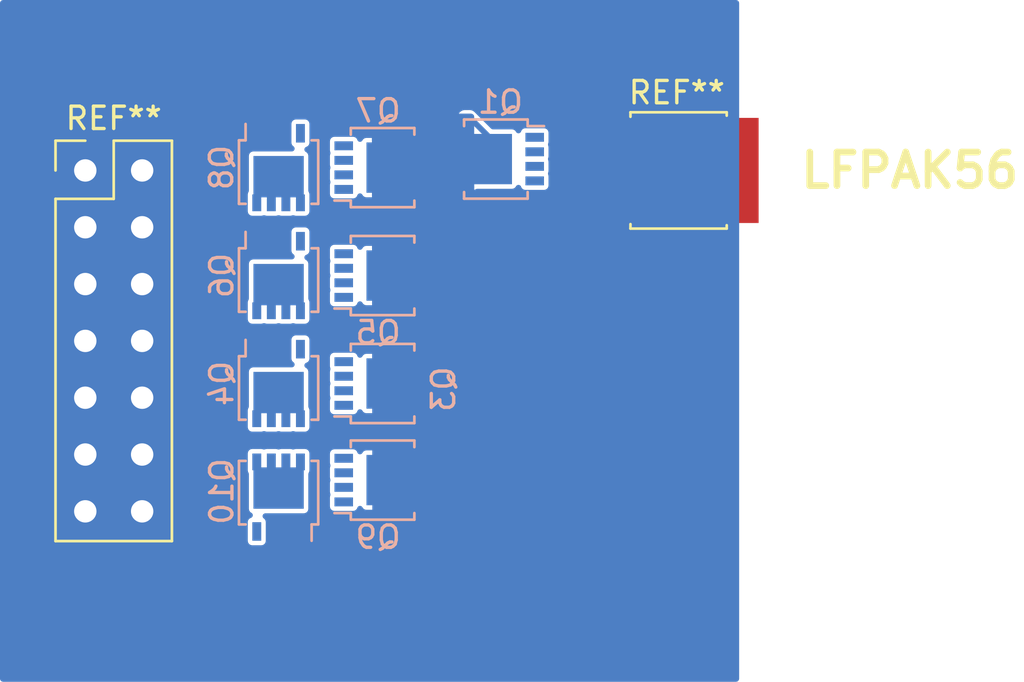
<source format=kicad_pcb>
(kicad_pcb (version 20171130) (host pcbnew "(5.1.12)-1")

  (general
    (thickness 1.6)
    (drawings 1)
    (tracks 3)
    (zones 0)
    (modules 11)
    (nets 17)
  )

  (page A4)
  (layers
    (0 F.Cu signal)
    (31 B.Cu signal)
    (32 B.Adhes user)
    (33 F.Adhes user)
    (34 B.Paste user)
    (35 F.Paste user)
    (36 B.SilkS user)
    (37 F.SilkS user)
    (38 B.Mask user)
    (39 F.Mask user)
    (40 Dwgs.User user)
    (41 Cmts.User user)
    (42 Eco1.User user)
    (43 Eco2.User user)
    (44 Edge.Cuts user)
    (45 Margin user)
    (46 B.CrtYd user)
    (47 F.CrtYd user)
    (48 B.Fab user hide)
    (49 F.Fab user hide)
  )

  (setup
    (last_trace_width 0.25)
    (user_trace_width 0.2032)
    (user_trace_width 0.254)
    (user_trace_width 0.508)
    (user_trace_width 0.762)
    (user_trace_width 1.016)
    (user_trace_width 1.27)
    (user_trace_width 1.524)
    (user_trace_width 1.778)
    (trace_clearance 0.2)
    (zone_clearance 0.127)
    (zone_45_only no)
    (trace_min 0.2)
    (via_size 0.8)
    (via_drill 0.4)
    (via_min_size 0.4)
    (via_min_drill 0.3)
    (user_via 0.7 0.3)
    (uvia_size 0.3)
    (uvia_drill 0.1)
    (uvias_allowed no)
    (uvia_min_size 0.2)
    (uvia_min_drill 0.1)
    (edge_width 0.05)
    (segment_width 0.2)
    (pcb_text_width 0.3)
    (pcb_text_size 1.5 1.5)
    (mod_edge_width 0.12)
    (mod_text_size 1 1)
    (mod_text_width 0.15)
    (pad_size 3.200001 3.200001)
    (pad_drill 3.200001)
    (pad_to_mask_clearance 0)
    (aux_axis_origin 0 0)
    (grid_origin 35.687 23.622)
    (visible_elements 7FFFFFFF)
    (pcbplotparams
      (layerselection 0x010fc_ffffffff)
      (usegerberextensions false)
      (usegerberattributes true)
      (usegerberadvancedattributes true)
      (creategerberjobfile true)
      (excludeedgelayer true)
      (linewidth 0.100000)
      (plotframeref false)
      (viasonmask false)
      (mode 1)
      (useauxorigin false)
      (hpglpennumber 1)
      (hpglpenspeed 20)
      (hpglpendiameter 15.000000)
      (psnegative false)
      (psa4output false)
      (plotreference true)
      (plotvalue true)
      (plotinvisibletext false)
      (padsonsilk false)
      (subtractmaskfromsilk false)
      (outputformat 1)
      (mirror false)
      (drillshape 0)
      (scaleselection 1)
      (outputdirectory "C:/Users/Bryan/Documents/Senior Design/PoE-Stepper-Motor-Driver/boards/gerbers/"))
  )

  (net 0 "")
  (net 1 VOUT-)
  (net 2 /Ethernet/VPORTP)
  (net 3 VOUT+)
  (net 4 "Net-(Q1-Pad4)")
  (net 5 /Ethernet/POE_CT12)
  (net 6 /Ethernet/POE_CT36)
  (net 7 /Ethernet/POE_CT45)
  (net 8 /Ethernet/POE_CT78)
  (net 9 /Ethernet/TG36)
  (net 10 /Ethernet/TG45)
  (net 11 /Ethernet/TG78)
  (net 12 /Ethernet/BG78)
  (net 13 /Ethernet/BG45)
  (net 14 /Ethernet/BG36)
  (net 15 /Ethernet/BG12)
  (net 16 /Ethernet/TG12)

  (net_class Default "This is the default net class."
    (clearance 0.2)
    (trace_width 0.25)
    (via_dia 0.8)
    (via_drill 0.4)
    (uvia_dia 0.3)
    (uvia_drill 0.1)
    (add_net /Ethernet/BG12)
    (add_net /Ethernet/BG36)
    (add_net /Ethernet/BG45)
    (add_net /Ethernet/BG78)
    (add_net /Ethernet/POE_CT12)
    (add_net /Ethernet/POE_CT36)
    (add_net /Ethernet/POE_CT45)
    (add_net /Ethernet/POE_CT78)
    (add_net /Ethernet/TG12)
    (add_net /Ethernet/TG36)
    (add_net /Ethernet/TG45)
    (add_net /Ethernet/TG78)
    (add_net /Ethernet/VPORTP)
    (add_net "Net-(Q1-Pad4)")
    (add_net VOUT+)
    (add_net VOUT-)
  )

  (module Package_TO_SOT_SMD:LFPAK56 (layer F.Cu) (tedit 5AE897F6) (tstamp 6228068B)
    (at 139.827 70.612)
    (descr "LFPAK56 https://assets.nexperia.com/documents/outline-drawing/SOT669.pdf")
    (tags "LFPAK56 SOT-669 Power-SO8")
    (solder_mask_margin 0.07)
    (solder_paste_margin -0.05)
    (attr smd)
    (fp_text reference REF** (at -0.245 -3.48) (layer F.SilkS)
      (effects (font (size 1 1) (thickness 0.15)))
    )
    (fp_text value LFPAK56 (at -0.245 3.52) (layer F.Fab)
      (effects (font (size 1 1) (thickness 0.15)))
    )
    (fp_text user %R (at 0 0 90) (layer F.Fab)
      (effects (font (size 1 1) (thickness 0.15)))
    )
    (fp_line (start -2.315 2.4) (end -2.315 2.6) (layer F.SilkS) (width 0.12))
    (fp_line (start -2.315 2.6) (end 1.985 2.6) (layer F.SilkS) (width 0.12))
    (fp_line (start 1.985 2.6) (end 1.985 2.45) (layer F.SilkS) (width 0.12))
    (fp_line (start 1.985 -2.45) (end 1.985 -2.6) (layer F.SilkS) (width 0.12))
    (fp_line (start 1.985 -2.6) (end -2.315 -2.6) (layer F.SilkS) (width 0.12))
    (fp_line (start -2.315 -2.6) (end -2.315 -2.4) (layer F.SilkS) (width 0.12))
    (fp_line (start -2.215 1.7) (end -3.215 1.7) (layer F.Fab) (width 0.1))
    (fp_line (start -3.215 1.7) (end -3.215 2.15) (layer F.Fab) (width 0.1))
    (fp_line (start -3.215 2.15) (end -2.215 2.15) (layer F.Fab) (width 0.1))
    (fp_line (start -2.215 0.4) (end -3.215 0.4) (layer F.Fab) (width 0.1))
    (fp_line (start -3.215 0.4) (end -3.215 0.85) (layer F.Fab) (width 0.1))
    (fp_line (start -3.215 0.85) (end -2.215 0.85) (layer F.Fab) (width 0.1))
    (fp_line (start -2.215 -0.85) (end -3.215 -0.85) (layer F.Fab) (width 0.1))
    (fp_line (start -3.215 -0.85) (end -3.215 -0.4) (layer F.Fab) (width 0.1))
    (fp_line (start -3.215 -0.4) (end -2.215 -0.4) (layer F.Fab) (width 0.1))
    (fp_line (start -3.215 -2.15) (end -3.215 -1.65) (layer F.Fab) (width 0.1))
    (fp_line (start -3.215 -2.15) (end -2.215 -2.15) (layer F.Fab) (width 0.1))
    (fp_line (start -3.215 -1.65) (end -2.215 -1.65) (layer F.Fab) (width 0.1))
    (fp_line (start 3.185 -2.2) (end 3.185 2.2) (layer F.Fab) (width 0.1))
    (fp_line (start 3.185 2.2) (end 1.885 2.2) (layer F.Fab) (width 0.1))
    (fp_line (start 3.185 -2.2) (end 1.885 -2.2) (layer F.Fab) (width 0.1))
    (fp_line (start 1.885 -2.5) (end -2.215 -2.5) (layer F.Fab) (width 0.1))
    (fp_line (start -2.215 -2.5) (end -2.215 2.5) (layer F.Fab) (width 0.1))
    (fp_line (start -2.215 2.5) (end 1.885 2.5) (layer F.Fab) (width 0.1))
    (fp_line (start 1.885 2.5) (end 1.885 -2.5) (layer F.Fab) (width 0.1))
    (fp_line (start 3.67 -2.75) (end 3.67 2.75) (layer F.CrtYd) (width 0.05))
    (fp_line (start 3.67 -2.75) (end -3.67 -2.75) (layer F.CrtYd) (width 0.05))
    (fp_line (start -3.67 2.75) (end 3.67 2.75) (layer F.CrtYd) (width 0.05))
    (fp_line (start -3.67 2.75) (end -3.67 -2.75) (layer F.CrtYd) (width 0.05))
    (pad "" smd rect (at 0.185 0) (size 0.6 0.9) (layers F.Paste))
    (pad "" smd rect (at 2.885 0.6 270) (size 0.6 0.9) (layers F.Paste))
    (pad 4 smd rect (at -2.835 1.91 270) (size 0.7 1.15) (layers F.Cu F.Paste F.Mask)
      (solder_mask_margin 0.07) (solder_paste_margin -0.05))
    (pad 5 smd rect (at 0.435 0 270) (size 4.2 3.3) (layers F.Cu F.Mask)
      (solder_mask_margin 0.07))
    (pad 5 smd rect (at 2.635 0 270) (size 4.7 1.55) (layers F.Cu F.Mask)
      (solder_mask_margin 0.07))
    (pad 3 smd rect (at -2.835 0.64 270) (size 0.7 1.15) (layers F.Cu F.Paste F.Mask)
      (solder_mask_margin 0.07) (solder_paste_margin -0.05))
    (pad 1 smd rect (at -2.835 -1.91 270) (size 0.7 1.15) (layers F.Cu F.Paste F.Mask)
      (solder_mask_margin 0.07) (solder_paste_margin -0.05))
    (pad 2 smd rect (at -2.835 -0.64 270) (size 0.7 1.15) (layers F.Cu F.Paste F.Mask)
      (solder_mask_margin 0.07) (solder_paste_margin -0.05))
    (pad "" smd rect (at 2.885 -0.6 270) (size 0.6 0.9) (layers F.Paste))
    (pad "" smd rect (at 2.885 1.88 270) (size 0.6 0.9) (layers F.Paste))
    (pad "" smd rect (at 2.885 -1.88 270) (size 0.6 0.9) (layers F.Paste))
    (pad "" smd rect (at -0.665 0) (size 0.6 0.9) (layers F.Paste))
    (pad "" smd rect (at 1.035 0) (size 0.6 0.9) (layers F.Paste))
    (pad "" smd rect (at 1.035 1.15) (size 0.6 0.9) (layers F.Paste))
    (pad "" smd rect (at -0.665 1.15) (size 0.6 0.9) (layers F.Paste))
    (pad "" smd rect (at 0.185 1.15) (size 0.6 0.9) (layers F.Paste))
    (pad "" smd rect (at 1.035 -1.15) (size 0.6 0.9) (layers F.Paste))
    (pad "" smd rect (at -0.665 -1.15) (size 0.6 0.9) (layers F.Paste))
    (pad "" smd rect (at 0.185 -1.15) (size 0.6 0.9) (layers F.Paste))
    (model ${KISYS3DMOD}/Package_TO_SOT_SMD.3dshapes/LFPAK56.wrl
      (at (xyz 0 0 0))
      (scale (xyz 1 1 1))
      (rotate (xyz 0 0 0))
    )
  )

  (module Connector_PinHeader_2.54mm:PinHeader_2x07_P2.54mm_Vertical (layer F.Cu) (tedit 59FED5CC) (tstamp 6227D0BB)
    (at 113.157 70.612)
    (descr "Through hole straight pin header, 2x07, 2.54mm pitch, double rows")
    (tags "Through hole pin header THT 2x07 2.54mm double row")
    (fp_text reference REF** (at 1.27 -2.33) (layer F.SilkS)
      (effects (font (size 1 1) (thickness 0.15)))
    )
    (fp_text value PinHeader_2x07_P2.54mm_Vertical (at 1.27 17.57) (layer F.Fab)
      (effects (font (size 1 1) (thickness 0.15)))
    )
    (fp_text user %R (at 1.27 7.62 90) (layer F.Fab)
      (effects (font (size 1 1) (thickness 0.15)))
    )
    (fp_line (start 0 -1.27) (end 3.81 -1.27) (layer F.Fab) (width 0.1))
    (fp_line (start 3.81 -1.27) (end 3.81 16.51) (layer F.Fab) (width 0.1))
    (fp_line (start 3.81 16.51) (end -1.27 16.51) (layer F.Fab) (width 0.1))
    (fp_line (start -1.27 16.51) (end -1.27 0) (layer F.Fab) (width 0.1))
    (fp_line (start -1.27 0) (end 0 -1.27) (layer F.Fab) (width 0.1))
    (fp_line (start -1.33 16.57) (end 3.87 16.57) (layer F.SilkS) (width 0.12))
    (fp_line (start -1.33 1.27) (end -1.33 16.57) (layer F.SilkS) (width 0.12))
    (fp_line (start 3.87 -1.33) (end 3.87 16.57) (layer F.SilkS) (width 0.12))
    (fp_line (start -1.33 1.27) (end 1.27 1.27) (layer F.SilkS) (width 0.12))
    (fp_line (start 1.27 1.27) (end 1.27 -1.33) (layer F.SilkS) (width 0.12))
    (fp_line (start 1.27 -1.33) (end 3.87 -1.33) (layer F.SilkS) (width 0.12))
    (fp_line (start -1.33 0) (end -1.33 -1.33) (layer F.SilkS) (width 0.12))
    (fp_line (start -1.33 -1.33) (end 0 -1.33) (layer F.SilkS) (width 0.12))
    (fp_line (start -1.8 -1.8) (end -1.8 17.05) (layer F.CrtYd) (width 0.05))
    (fp_line (start -1.8 17.05) (end 4.35 17.05) (layer F.CrtYd) (width 0.05))
    (fp_line (start 4.35 17.05) (end 4.35 -1.8) (layer F.CrtYd) (width 0.05))
    (fp_line (start 4.35 -1.8) (end -1.8 -1.8) (layer F.CrtYd) (width 0.05))
    (pad 14 thru_hole oval (at 2.54 15.24) (size 1.7 1.7) (drill 1) (layers *.Cu *.Mask))
    (pad 13 thru_hole oval (at 0 15.24) (size 1.7 1.7) (drill 1) (layers *.Cu *.Mask))
    (pad 12 thru_hole oval (at 2.54 12.7) (size 1.7 1.7) (drill 1) (layers *.Cu *.Mask))
    (pad 11 thru_hole oval (at 0 12.7) (size 1.7 1.7) (drill 1) (layers *.Cu *.Mask))
    (pad 10 thru_hole oval (at 2.54 10.16) (size 1.7 1.7) (drill 1) (layers *.Cu *.Mask))
    (pad 9 thru_hole oval (at 0 10.16) (size 1.7 1.7) (drill 1) (layers *.Cu *.Mask))
    (pad 8 thru_hole oval (at 2.54 7.62) (size 1.7 1.7) (drill 1) (layers *.Cu *.Mask))
    (pad 7 thru_hole oval (at 0 7.62) (size 1.7 1.7) (drill 1) (layers *.Cu *.Mask))
    (pad 6 thru_hole oval (at 2.54 5.08) (size 1.7 1.7) (drill 1) (layers *.Cu *.Mask))
    (pad 5 thru_hole oval (at 0 5.08) (size 1.7 1.7) (drill 1) (layers *.Cu *.Mask))
    (pad 4 thru_hole oval (at 2.54 2.54) (size 1.7 1.7) (drill 1) (layers *.Cu *.Mask))
    (pad 3 thru_hole oval (at 0 2.54) (size 1.7 1.7) (drill 1) (layers *.Cu *.Mask))
    (pad 2 thru_hole oval (at 2.54 0) (size 1.7 1.7) (drill 1) (layers *.Cu *.Mask))
    (pad 1 thru_hole rect (at 0 0) (size 1.7 1.7) (drill 1) (layers *.Cu *.Mask))
    (model ${KISYS3DMOD}/Connector_PinHeader_2.54mm.3dshapes/PinHeader_2x07_P2.54mm_Vertical.wrl
      (at (xyz 0 0 0))
      (scale (xyz 1 1 1))
      (rotate (xyz 0 0 0))
    )
  )

  (module Package_TO_SOT_SMD:LFPAK33 (layer B.Cu) (tedit 5A710896) (tstamp 62224E4E)
    (at 131.699 70.104 180)
    (descr "LFPAK33 SOT-1210 https://assets.nexperia.com/documents/outline-drawing/SOT1210.pdf")
    (tags "LFPAK33 SOT-1210")
    (path /620ECB3C/6214A191)
    (solder_mask_margin 0.05)
    (attr smd)
    (fp_text reference Q1 (at 0 2.55) (layer B.SilkS)
      (effects (font (size 1 1) (thickness 0.15)) (justify mirror))
    )
    (fp_text value NMOS_POE (at 0 -2.64) (layer B.Fab)
      (effects (font (size 1 1) (thickness 0.15)) (justify mirror))
    )
    (fp_line (start -0.6 1.65) (end -1.1 1.15) (layer B.Fab) (width 0.1))
    (fp_line (start -1.95 1.475) (end -1.22 1.475) (layer B.SilkS) (width 0.12))
    (fp_line (start -2.2 -1.9) (end -2.2 1.9) (layer B.CrtYd) (width 0.05))
    (fp_line (start -2.2 -1.9) (end 2.2 -1.9) (layer B.CrtYd) (width 0.05))
    (fp_line (start -2.2 1.9) (end 2.2 1.9) (layer B.CrtYd) (width 0.05))
    (fp_line (start 2.2 1.9) (end 2.2 -1.9) (layer B.CrtYd) (width 0.05))
    (fp_line (start 1.5 -1.65) (end 1.5 1.65) (layer B.Fab) (width 0.1))
    (fp_line (start -1.1 -1.65) (end 1.5 -1.65) (layer B.Fab) (width 0.1))
    (fp_line (start -1.1 1.15) (end -1.1 -1.65) (layer B.Fab) (width 0.1))
    (fp_line (start -0.6 1.65) (end 1.5 1.65) (layer B.Fab) (width 0.1))
    (fp_line (start -1.22 1.77) (end -1.22 1.475) (layer B.SilkS) (width 0.12))
    (fp_line (start 1.62 1.77) (end -1.22 1.77) (layer B.SilkS) (width 0.12))
    (fp_line (start 1.62 1.475) (end 1.62 1.77) (layer B.SilkS) (width 0.12))
    (fp_line (start 1.62 -1.77) (end 1.62 -1.475) (layer B.SilkS) (width 0.12))
    (fp_line (start -1.22 -1.77) (end 1.62 -1.77) (layer B.SilkS) (width 0.12))
    (fp_line (start -1.22 -1.475) (end -1.22 -1.77) (layer B.SilkS) (width 0.12))
    (fp_text user %R (at 0 0 270) (layer B.Fab)
      (effects (font (size 0.75 0.75) (thickness 0.13)) (justify mirror))
    )
    (pad "" smd rect (at 1.575 -0.975 180) (size 0.75 0.3) (layers B.Paste))
    (pad "" smd rect (at 1.575 -0.325 180) (size 0.75 0.3) (layers B.Paste))
    (pad "" smd rect (at 1.575 0.325 180) (size 0.75 0.3) (layers B.Paste))
    (pad "" smd rect (at 1.575 0.975 180) (size 0.75 0.3) (layers B.Paste))
    (pad "" smd rect (at -1.535 0.975 180) (size 0.83 0.3) (layers B.Paste))
    (pad "" smd rect (at -1.535 0.325 180) (size 0.83 0.3) (layers B.Paste))
    (pad "" smd rect (at -1.535 -0.325 180) (size 0.83 0.3) (layers B.Paste))
    (pad 4 smd rect (at -1.535 -0.975 180) (size 0.83 0.4) (layers B.Cu B.Mask)
      (net 4 "Net-(Q1-Pad4)"))
    (pad 5 smd rect (at 1.575 -0.325 180) (size 0.75 0.4) (layers B.Cu B.Mask)
      (net 2 /Ethernet/VPORTP))
    (pad "" smd rect (at -1.535 -0.975 180) (size 0.83 0.3) (layers B.Paste))
    (pad 5 smd rect (at 0.405 0 180) (size 1.85 2.25) (layers B.Cu B.Mask)
      (net 2 /Ethernet/VPORTP))
    (pad 3 smd rect (at -1.535 -0.325 180) (size 0.83 0.4) (layers B.Cu B.Mask)
      (net 3 VOUT+))
    (pad 1 smd rect (at -1.535 0.975 180) (size 0.83 0.4) (layers B.Cu B.Mask)
      (net 3 VOUT+))
    (pad 2 smd rect (at -1.535 0.325 180) (size 0.83 0.4) (layers B.Cu B.Mask)
      (net 3 VOUT+))
    (pad 5 smd rect (at 1.575 0.325 180) (size 0.75 0.4) (layers B.Cu B.Mask)
      (net 2 /Ethernet/VPORTP))
    (pad 5 smd rect (at 1.575 -0.975 180) (size 0.75 0.4) (layers B.Cu B.Mask)
      (net 2 /Ethernet/VPORTP))
    (pad 5 smd rect (at 1.575 0.975 180) (size 0.75 0.4) (layers B.Cu B.Mask)
      (net 2 /Ethernet/VPORTP))
    (pad "" smd rect (at 0.645 -0.626 180) (size 0.51 0.635) (layers B.Paste))
    (pad "" smd rect (at -0.215 -0.626 180) (size 0.51 0.635) (layers B.Paste))
    (pad "" smd rect (at 0.645 0.626 180) (size 0.51 0.635) (layers B.Paste))
    (pad "" smd rect (at -0.215 0.626 180) (size 0.51 0.635) (layers B.Paste))
    (model ${KISYS3DMOD}/Package_TO_SOT_SMD.3dshapes/LFPAK33.wrl
      (at (xyz 0 0 0))
      (scale (xyz 1 1 1))
      (rotate (xyz 0 0 0))
    )
  )

  (module Package_TO_SOT_SMD:LFPAK33 (layer B.Cu) (tedit 5A710896) (tstamp 62224DD3)
    (at 126.238 80.137)
    (descr "LFPAK33 SOT-1210 https://assets.nexperia.com/documents/outline-drawing/SOT1210.pdf")
    (tags "LFPAK33 SOT-1210")
    (path /620ECB3C/62A99A7D)
    (solder_mask_margin 0.05)
    (attr smd)
    (fp_text reference Q3 (at 2.921 0.254 90) (layer B.SilkS)
      (effects (font (size 1 1) (thickness 0.15)) (justify mirror))
    )
    (fp_text value NMOS_POE (at 0 -2.64) (layer B.Fab)
      (effects (font (size 1 1) (thickness 0.15)) (justify mirror))
    )
    (fp_line (start -1.22 -1.475) (end -1.22 -1.77) (layer B.SilkS) (width 0.12))
    (fp_line (start -1.22 -1.77) (end 1.62 -1.77) (layer B.SilkS) (width 0.12))
    (fp_line (start 1.62 -1.77) (end 1.62 -1.475) (layer B.SilkS) (width 0.12))
    (fp_line (start 1.62 1.475) (end 1.62 1.77) (layer B.SilkS) (width 0.12))
    (fp_line (start 1.62 1.77) (end -1.22 1.77) (layer B.SilkS) (width 0.12))
    (fp_line (start -1.22 1.77) (end -1.22 1.475) (layer B.SilkS) (width 0.12))
    (fp_line (start -0.6 1.65) (end 1.5 1.65) (layer B.Fab) (width 0.1))
    (fp_line (start -1.1 1.15) (end -1.1 -1.65) (layer B.Fab) (width 0.1))
    (fp_line (start -1.1 -1.65) (end 1.5 -1.65) (layer B.Fab) (width 0.1))
    (fp_line (start 1.5 -1.65) (end 1.5 1.65) (layer B.Fab) (width 0.1))
    (fp_line (start 2.2 1.9) (end 2.2 -1.9) (layer B.CrtYd) (width 0.05))
    (fp_line (start -2.2 1.9) (end 2.2 1.9) (layer B.CrtYd) (width 0.05))
    (fp_line (start -2.2 -1.9) (end 2.2 -1.9) (layer B.CrtYd) (width 0.05))
    (fp_line (start -2.2 -1.9) (end -2.2 1.9) (layer B.CrtYd) (width 0.05))
    (fp_line (start -1.95 1.475) (end -1.22 1.475) (layer B.SilkS) (width 0.12))
    (fp_line (start -0.6 1.65) (end -1.1 1.15) (layer B.Fab) (width 0.1))
    (fp_text user %R (at 0 0 270) (layer B.Fab)
      (effects (font (size 0.75 0.75) (thickness 0.13)) (justify mirror))
    )
    (pad "" smd rect (at -0.215 0.626) (size 0.51 0.635) (layers B.Paste))
    (pad "" smd rect (at 0.645 0.626) (size 0.51 0.635) (layers B.Paste))
    (pad "" smd rect (at -0.215 -0.626) (size 0.51 0.635) (layers B.Paste))
    (pad "" smd rect (at 0.645 -0.626) (size 0.51 0.635) (layers B.Paste))
    (pad 5 smd rect (at 1.575 0.975) (size 0.75 0.4) (layers B.Cu B.Mask)
      (net 2 /Ethernet/VPORTP))
    (pad 5 smd rect (at 1.575 -0.975) (size 0.75 0.4) (layers B.Cu B.Mask)
      (net 2 /Ethernet/VPORTP))
    (pad 5 smd rect (at 1.575 0.325) (size 0.75 0.4) (layers B.Cu B.Mask)
      (net 2 /Ethernet/VPORTP))
    (pad 2 smd rect (at -1.535 0.325) (size 0.83 0.4) (layers B.Cu B.Mask)
      (net 7 /Ethernet/POE_CT45))
    (pad 1 smd rect (at -1.535 0.975) (size 0.83 0.4) (layers B.Cu B.Mask)
      (net 7 /Ethernet/POE_CT45))
    (pad 3 smd rect (at -1.535 -0.325) (size 0.83 0.4) (layers B.Cu B.Mask)
      (net 7 /Ethernet/POE_CT45))
    (pad 5 smd rect (at 0.405 0) (size 1.85 2.25) (layers B.Cu B.Mask)
      (net 2 /Ethernet/VPORTP))
    (pad "" smd rect (at -1.535 -0.975) (size 0.83 0.3) (layers B.Paste))
    (pad 5 smd rect (at 1.575 -0.325) (size 0.75 0.4) (layers B.Cu B.Mask)
      (net 2 /Ethernet/VPORTP))
    (pad 4 smd rect (at -1.535 -0.975) (size 0.83 0.4) (layers B.Cu B.Mask)
      (net 10 /Ethernet/TG45))
    (pad "" smd rect (at -1.535 -0.325) (size 0.83 0.3) (layers B.Paste))
    (pad "" smd rect (at -1.535 0.325) (size 0.83 0.3) (layers B.Paste))
    (pad "" smd rect (at -1.535 0.975) (size 0.83 0.3) (layers B.Paste))
    (pad "" smd rect (at 1.575 0.975) (size 0.75 0.3) (layers B.Paste))
    (pad "" smd rect (at 1.575 0.325) (size 0.75 0.3) (layers B.Paste))
    (pad "" smd rect (at 1.575 -0.325) (size 0.75 0.3) (layers B.Paste))
    (pad "" smd rect (at 1.575 -0.975) (size 0.75 0.3) (layers B.Paste))
    (model ${KISYS3DMOD}/Package_TO_SOT_SMD.3dshapes/LFPAK33.wrl
      (at (xyz 0 0 0))
      (scale (xyz 1 1 1))
      (rotate (xyz 0 0 0))
    )
  )

  (module Package_TO_SOT_SMD:LFPAK33 (layer B.Cu) (tedit 5A710896) (tstamp 62225184)
    (at 121.793 80.137 270)
    (descr "LFPAK33 SOT-1210 https://assets.nexperia.com/documents/outline-drawing/SOT1210.pdf")
    (tags "LFPAK33 SOT-1210")
    (path /620ECB3C/62B00083)
    (solder_mask_margin 0.05)
    (attr smd)
    (fp_text reference Q4 (at 0 2.54 90) (layer B.SilkS)
      (effects (font (size 1 1) (thickness 0.15)) (justify mirror))
    )
    (fp_text value NMOS_POE (at 0 -2.64 90) (layer B.Fab)
      (effects (font (size 1 1) (thickness 0.15)) (justify mirror))
    )
    (fp_line (start -1.22 -1.475) (end -1.22 -1.77) (layer B.SilkS) (width 0.12))
    (fp_line (start -1.22 -1.77) (end 1.62 -1.77) (layer B.SilkS) (width 0.12))
    (fp_line (start 1.62 -1.77) (end 1.62 -1.475) (layer B.SilkS) (width 0.12))
    (fp_line (start 1.62 1.475) (end 1.62 1.77) (layer B.SilkS) (width 0.12))
    (fp_line (start 1.62 1.77) (end -1.22 1.77) (layer B.SilkS) (width 0.12))
    (fp_line (start -1.22 1.77) (end -1.22 1.475) (layer B.SilkS) (width 0.12))
    (fp_line (start -0.6 1.65) (end 1.5 1.65) (layer B.Fab) (width 0.1))
    (fp_line (start -1.1 1.15) (end -1.1 -1.65) (layer B.Fab) (width 0.1))
    (fp_line (start -1.1 -1.65) (end 1.5 -1.65) (layer B.Fab) (width 0.1))
    (fp_line (start 1.5 -1.65) (end 1.5 1.65) (layer B.Fab) (width 0.1))
    (fp_line (start 2.2 1.9) (end 2.2 -1.9) (layer B.CrtYd) (width 0.05))
    (fp_line (start -2.2 1.9) (end 2.2 1.9) (layer B.CrtYd) (width 0.05))
    (fp_line (start -2.2 -1.9) (end 2.2 -1.9) (layer B.CrtYd) (width 0.05))
    (fp_line (start -2.2 -1.9) (end -2.2 1.9) (layer B.CrtYd) (width 0.05))
    (fp_line (start -1.95 1.475) (end -1.22 1.475) (layer B.SilkS) (width 0.12))
    (fp_line (start -0.6 1.65) (end -1.1 1.15) (layer B.Fab) (width 0.1))
    (fp_text user %R (at 0 0 180) (layer B.Fab)
      (effects (font (size 0.75 0.75) (thickness 0.13)) (justify mirror))
    )
    (pad "" smd rect (at -0.215 0.626 270) (size 0.51 0.635) (layers B.Paste))
    (pad "" smd rect (at 0.645 0.626 270) (size 0.51 0.635) (layers B.Paste))
    (pad "" smd rect (at -0.215 -0.626 270) (size 0.51 0.635) (layers B.Paste))
    (pad "" smd rect (at 0.645 -0.626 270) (size 0.51 0.635) (layers B.Paste))
    (pad 5 smd rect (at 1.575 0.975 270) (size 0.75 0.4) (layers B.Cu B.Mask)
      (net 7 /Ethernet/POE_CT45))
    (pad 5 smd rect (at 1.575 -0.975 270) (size 0.75 0.4) (layers B.Cu B.Mask)
      (net 7 /Ethernet/POE_CT45))
    (pad 5 smd rect (at 1.575 0.325 270) (size 0.75 0.4) (layers B.Cu B.Mask)
      (net 7 /Ethernet/POE_CT45))
    (pad 2 smd rect (at -1.535 0.325 270) (size 0.83 0.4) (layers B.Cu B.Mask)
      (net 1 VOUT-))
    (pad 1 smd rect (at -1.535 0.975 270) (size 0.83 0.4) (layers B.Cu B.Mask)
      (net 1 VOUT-))
    (pad 3 smd rect (at -1.535 -0.325 270) (size 0.83 0.4) (layers B.Cu B.Mask)
      (net 1 VOUT-))
    (pad 5 smd rect (at 0.405 0 270) (size 1.85 2.25) (layers B.Cu B.Mask)
      (net 7 /Ethernet/POE_CT45))
    (pad "" smd rect (at -1.535 -0.975 270) (size 0.83 0.3) (layers B.Paste))
    (pad 5 smd rect (at 1.575 -0.325 270) (size 0.75 0.4) (layers B.Cu B.Mask)
      (net 7 /Ethernet/POE_CT45))
    (pad 4 smd rect (at -1.535 -0.975 270) (size 0.83 0.4) (layers B.Cu B.Mask)
      (net 13 /Ethernet/BG45))
    (pad "" smd rect (at -1.535 -0.325 270) (size 0.83 0.3) (layers B.Paste))
    (pad "" smd rect (at -1.535 0.325 270) (size 0.83 0.3) (layers B.Paste))
    (pad "" smd rect (at -1.535 0.975 270) (size 0.83 0.3) (layers B.Paste))
    (pad "" smd rect (at 1.575 0.975 270) (size 0.75 0.3) (layers B.Paste))
    (pad "" smd rect (at 1.575 0.325 270) (size 0.75 0.3) (layers B.Paste))
    (pad "" smd rect (at 1.575 -0.325 270) (size 0.75 0.3) (layers B.Paste))
    (pad "" smd rect (at 1.575 -0.975 270) (size 0.75 0.3) (layers B.Paste))
    (model ${KISYS3DMOD}/Package_TO_SOT_SMD.3dshapes/LFPAK33.wrl
      (at (xyz 0 0 0))
      (scale (xyz 1 1 1))
      (rotate (xyz 0 0 0))
    )
  )

  (module Package_TO_SOT_SMD:LFPAK33 (layer B.Cu) (tedit 5A710896) (tstamp 62225013)
    (at 126.238 75.311)
    (descr "LFPAK33 SOT-1210 https://assets.nexperia.com/documents/outline-drawing/SOT1210.pdf")
    (tags "LFPAK33 SOT-1210")
    (path /620ECB3C/62A77E72)
    (solder_mask_margin 0.05)
    (attr smd)
    (fp_text reference Q5 (at 0 2.55) (layer B.SilkS)
      (effects (font (size 1 1) (thickness 0.15)) (justify mirror))
    )
    (fp_text value NMOS_POE (at 0 -2.64) (layer B.Fab)
      (effects (font (size 1 1) (thickness 0.15)) (justify mirror))
    )
    (fp_line (start -0.6 1.65) (end -1.1 1.15) (layer B.Fab) (width 0.1))
    (fp_line (start -1.95 1.475) (end -1.22 1.475) (layer B.SilkS) (width 0.12))
    (fp_line (start -2.2 -1.9) (end -2.2 1.9) (layer B.CrtYd) (width 0.05))
    (fp_line (start -2.2 -1.9) (end 2.2 -1.9) (layer B.CrtYd) (width 0.05))
    (fp_line (start -2.2 1.9) (end 2.2 1.9) (layer B.CrtYd) (width 0.05))
    (fp_line (start 2.2 1.9) (end 2.2 -1.9) (layer B.CrtYd) (width 0.05))
    (fp_line (start 1.5 -1.65) (end 1.5 1.65) (layer B.Fab) (width 0.1))
    (fp_line (start -1.1 -1.65) (end 1.5 -1.65) (layer B.Fab) (width 0.1))
    (fp_line (start -1.1 1.15) (end -1.1 -1.65) (layer B.Fab) (width 0.1))
    (fp_line (start -0.6 1.65) (end 1.5 1.65) (layer B.Fab) (width 0.1))
    (fp_line (start -1.22 1.77) (end -1.22 1.475) (layer B.SilkS) (width 0.12))
    (fp_line (start 1.62 1.77) (end -1.22 1.77) (layer B.SilkS) (width 0.12))
    (fp_line (start 1.62 1.475) (end 1.62 1.77) (layer B.SilkS) (width 0.12))
    (fp_line (start 1.62 -1.77) (end 1.62 -1.475) (layer B.SilkS) (width 0.12))
    (fp_line (start -1.22 -1.77) (end 1.62 -1.77) (layer B.SilkS) (width 0.12))
    (fp_line (start -1.22 -1.475) (end -1.22 -1.77) (layer B.SilkS) (width 0.12))
    (fp_text user %R (at 0 0 270) (layer B.Fab)
      (effects (font (size 0.75 0.75) (thickness 0.13)) (justify mirror))
    )
    (pad "" smd rect (at 1.575 -0.975) (size 0.75 0.3) (layers B.Paste))
    (pad "" smd rect (at 1.575 -0.325) (size 0.75 0.3) (layers B.Paste))
    (pad "" smd rect (at 1.575 0.325) (size 0.75 0.3) (layers B.Paste))
    (pad "" smd rect (at 1.575 0.975) (size 0.75 0.3) (layers B.Paste))
    (pad "" smd rect (at -1.535 0.975) (size 0.83 0.3) (layers B.Paste))
    (pad "" smd rect (at -1.535 0.325) (size 0.83 0.3) (layers B.Paste))
    (pad "" smd rect (at -1.535 -0.325) (size 0.83 0.3) (layers B.Paste))
    (pad 4 smd rect (at -1.535 -0.975) (size 0.83 0.4) (layers B.Cu B.Mask)
      (net 9 /Ethernet/TG36))
    (pad 5 smd rect (at 1.575 -0.325) (size 0.75 0.4) (layers B.Cu B.Mask)
      (net 2 /Ethernet/VPORTP))
    (pad "" smd rect (at -1.535 -0.975) (size 0.83 0.3) (layers B.Paste))
    (pad 5 smd rect (at 0.405 0) (size 1.85 2.25) (layers B.Cu B.Mask)
      (net 2 /Ethernet/VPORTP))
    (pad 3 smd rect (at -1.535 -0.325) (size 0.83 0.4) (layers B.Cu B.Mask)
      (net 6 /Ethernet/POE_CT36))
    (pad 1 smd rect (at -1.535 0.975) (size 0.83 0.4) (layers B.Cu B.Mask)
      (net 6 /Ethernet/POE_CT36))
    (pad 2 smd rect (at -1.535 0.325) (size 0.83 0.4) (layers B.Cu B.Mask)
      (net 6 /Ethernet/POE_CT36))
    (pad 5 smd rect (at 1.575 0.325) (size 0.75 0.4) (layers B.Cu B.Mask)
      (net 2 /Ethernet/VPORTP))
    (pad 5 smd rect (at 1.575 -0.975) (size 0.75 0.4) (layers B.Cu B.Mask)
      (net 2 /Ethernet/VPORTP))
    (pad 5 smd rect (at 1.575 0.975) (size 0.75 0.4) (layers B.Cu B.Mask)
      (net 2 /Ethernet/VPORTP))
    (pad "" smd rect (at 0.645 -0.626) (size 0.51 0.635) (layers B.Paste))
    (pad "" smd rect (at -0.215 -0.626) (size 0.51 0.635) (layers B.Paste))
    (pad "" smd rect (at 0.645 0.626) (size 0.51 0.635) (layers B.Paste))
    (pad "" smd rect (at -0.215 0.626) (size 0.51 0.635) (layers B.Paste))
    (model ${KISYS3DMOD}/Package_TO_SOT_SMD.3dshapes/LFPAK33.wrl
      (at (xyz 0 0 0))
      (scale (xyz 1 1 1))
      (rotate (xyz 0 0 0))
    )
  )

  (module Package_TO_SOT_SMD:LFPAK33 (layer B.Cu) (tedit 5A710896) (tstamp 62225109)
    (at 121.793 75.311 270)
    (descr "LFPAK33 SOT-1210 https://assets.nexperia.com/documents/outline-drawing/SOT1210.pdf")
    (tags "LFPAK33 SOT-1210")
    (path /620ECB3C/62B22185)
    (solder_mask_margin 0.05)
    (attr smd)
    (fp_text reference Q6 (at 0 2.54 90) (layer B.SilkS)
      (effects (font (size 1 1) (thickness 0.15)) (justify mirror))
    )
    (fp_text value NMOS_POE (at 0 -2.64 90) (layer B.Fab)
      (effects (font (size 1 1) (thickness 0.15)) (justify mirror))
    )
    (fp_line (start -0.6 1.65) (end -1.1 1.15) (layer B.Fab) (width 0.1))
    (fp_line (start -1.95 1.475) (end -1.22 1.475) (layer B.SilkS) (width 0.12))
    (fp_line (start -2.2 -1.9) (end -2.2 1.9) (layer B.CrtYd) (width 0.05))
    (fp_line (start -2.2 -1.9) (end 2.2 -1.9) (layer B.CrtYd) (width 0.05))
    (fp_line (start -2.2 1.9) (end 2.2 1.9) (layer B.CrtYd) (width 0.05))
    (fp_line (start 2.2 1.9) (end 2.2 -1.9) (layer B.CrtYd) (width 0.05))
    (fp_line (start 1.5 -1.65) (end 1.5 1.65) (layer B.Fab) (width 0.1))
    (fp_line (start -1.1 -1.65) (end 1.5 -1.65) (layer B.Fab) (width 0.1))
    (fp_line (start -1.1 1.15) (end -1.1 -1.65) (layer B.Fab) (width 0.1))
    (fp_line (start -0.6 1.65) (end 1.5 1.65) (layer B.Fab) (width 0.1))
    (fp_line (start -1.22 1.77) (end -1.22 1.475) (layer B.SilkS) (width 0.12))
    (fp_line (start 1.62 1.77) (end -1.22 1.77) (layer B.SilkS) (width 0.12))
    (fp_line (start 1.62 1.475) (end 1.62 1.77) (layer B.SilkS) (width 0.12))
    (fp_line (start 1.62 -1.77) (end 1.62 -1.475) (layer B.SilkS) (width 0.12))
    (fp_line (start -1.22 -1.77) (end 1.62 -1.77) (layer B.SilkS) (width 0.12))
    (fp_line (start -1.22 -1.475) (end -1.22 -1.77) (layer B.SilkS) (width 0.12))
    (fp_text user %R (at 0 0 180) (layer B.Fab)
      (effects (font (size 0.75 0.75) (thickness 0.13)) (justify mirror))
    )
    (pad "" smd rect (at 1.575 -0.975 270) (size 0.75 0.3) (layers B.Paste))
    (pad "" smd rect (at 1.575 -0.325 270) (size 0.75 0.3) (layers B.Paste))
    (pad "" smd rect (at 1.575 0.325 270) (size 0.75 0.3) (layers B.Paste))
    (pad "" smd rect (at 1.575 0.975 270) (size 0.75 0.3) (layers B.Paste))
    (pad "" smd rect (at -1.535 0.975 270) (size 0.83 0.3) (layers B.Paste))
    (pad "" smd rect (at -1.535 0.325 270) (size 0.83 0.3) (layers B.Paste))
    (pad "" smd rect (at -1.535 -0.325 270) (size 0.83 0.3) (layers B.Paste))
    (pad 4 smd rect (at -1.535 -0.975 270) (size 0.83 0.4) (layers B.Cu B.Mask)
      (net 14 /Ethernet/BG36))
    (pad 5 smd rect (at 1.575 -0.325 270) (size 0.75 0.4) (layers B.Cu B.Mask)
      (net 6 /Ethernet/POE_CT36))
    (pad "" smd rect (at -1.535 -0.975 270) (size 0.83 0.3) (layers B.Paste))
    (pad 5 smd rect (at 0.405 0 270) (size 1.85 2.25) (layers B.Cu B.Mask)
      (net 6 /Ethernet/POE_CT36))
    (pad 3 smd rect (at -1.535 -0.325 270) (size 0.83 0.4) (layers B.Cu B.Mask)
      (net 1 VOUT-))
    (pad 1 smd rect (at -1.535 0.975 270) (size 0.83 0.4) (layers B.Cu B.Mask)
      (net 1 VOUT-))
    (pad 2 smd rect (at -1.535 0.325 270) (size 0.83 0.4) (layers B.Cu B.Mask)
      (net 1 VOUT-))
    (pad 5 smd rect (at 1.575 0.325 270) (size 0.75 0.4) (layers B.Cu B.Mask)
      (net 6 /Ethernet/POE_CT36))
    (pad 5 smd rect (at 1.575 -0.975 270) (size 0.75 0.4) (layers B.Cu B.Mask)
      (net 6 /Ethernet/POE_CT36))
    (pad 5 smd rect (at 1.575 0.975 270) (size 0.75 0.4) (layers B.Cu B.Mask)
      (net 6 /Ethernet/POE_CT36))
    (pad "" smd rect (at 0.645 -0.626 270) (size 0.51 0.635) (layers B.Paste))
    (pad "" smd rect (at -0.215 -0.626 270) (size 0.51 0.635) (layers B.Paste))
    (pad "" smd rect (at 0.645 0.626 270) (size 0.51 0.635) (layers B.Paste))
    (pad "" smd rect (at -0.215 0.626 270) (size 0.51 0.635) (layers B.Paste))
    (model ${KISYS3DMOD}/Package_TO_SOT_SMD.3dshapes/LFPAK33.wrl
      (at (xyz 0 0 0))
      (scale (xyz 1 1 1))
      (rotate (xyz 0 0 0))
    )
  )

  (module Package_TO_SOT_SMD:LFPAK33 (layer B.Cu) (tedit 5A710896) (tstamp 6222527A)
    (at 126.238 70.485)
    (descr "LFPAK33 SOT-1210 https://assets.nexperia.com/documents/outline-drawing/SOT1210.pdf")
    (tags "LFPAK33 SOT-1210")
    (path /620ECB3C/62A7409F)
    (solder_mask_margin 0.05)
    (attr smd)
    (fp_text reference Q7 (at 0 -2.54) (layer B.SilkS)
      (effects (font (size 1 1) (thickness 0.15)) (justify mirror))
    )
    (fp_text value NMOS_POE (at 0 -2.64) (layer B.Fab)
      (effects (font (size 1 1) (thickness 0.15)) (justify mirror))
    )
    (fp_line (start -1.22 -1.475) (end -1.22 -1.77) (layer B.SilkS) (width 0.12))
    (fp_line (start -1.22 -1.77) (end 1.62 -1.77) (layer B.SilkS) (width 0.12))
    (fp_line (start 1.62 -1.77) (end 1.62 -1.475) (layer B.SilkS) (width 0.12))
    (fp_line (start 1.62 1.475) (end 1.62 1.77) (layer B.SilkS) (width 0.12))
    (fp_line (start 1.62 1.77) (end -1.22 1.77) (layer B.SilkS) (width 0.12))
    (fp_line (start -1.22 1.77) (end -1.22 1.475) (layer B.SilkS) (width 0.12))
    (fp_line (start -0.6 1.65) (end 1.5 1.65) (layer B.Fab) (width 0.1))
    (fp_line (start -1.1 1.15) (end -1.1 -1.65) (layer B.Fab) (width 0.1))
    (fp_line (start -1.1 -1.65) (end 1.5 -1.65) (layer B.Fab) (width 0.1))
    (fp_line (start 1.5 -1.65) (end 1.5 1.65) (layer B.Fab) (width 0.1))
    (fp_line (start 2.2 1.9) (end 2.2 -1.9) (layer B.CrtYd) (width 0.05))
    (fp_line (start -2.2 1.9) (end 2.2 1.9) (layer B.CrtYd) (width 0.05))
    (fp_line (start -2.2 -1.9) (end 2.2 -1.9) (layer B.CrtYd) (width 0.05))
    (fp_line (start -2.2 -1.9) (end -2.2 1.9) (layer B.CrtYd) (width 0.05))
    (fp_line (start -1.95 1.475) (end -1.22 1.475) (layer B.SilkS) (width 0.12))
    (fp_line (start -0.6 1.65) (end -1.1 1.15) (layer B.Fab) (width 0.1))
    (fp_text user %R (at 0 0 270) (layer B.Fab)
      (effects (font (size 0.75 0.75) (thickness 0.13)) (justify mirror))
    )
    (pad "" smd rect (at -0.215 0.626) (size 0.51 0.635) (layers B.Paste))
    (pad "" smd rect (at 0.645 0.626) (size 0.51 0.635) (layers B.Paste))
    (pad "" smd rect (at -0.215 -0.626) (size 0.51 0.635) (layers B.Paste))
    (pad "" smd rect (at 0.645 -0.626) (size 0.51 0.635) (layers B.Paste))
    (pad 5 smd rect (at 1.575 0.975) (size 0.75 0.4) (layers B.Cu B.Mask)
      (net 2 /Ethernet/VPORTP))
    (pad 5 smd rect (at 1.575 -0.975) (size 0.75 0.4) (layers B.Cu B.Mask)
      (net 2 /Ethernet/VPORTP))
    (pad 5 smd rect (at 1.575 0.325) (size 0.75 0.4) (layers B.Cu B.Mask)
      (net 2 /Ethernet/VPORTP))
    (pad 2 smd rect (at -1.535 0.325) (size 0.83 0.4) (layers B.Cu B.Mask)
      (net 5 /Ethernet/POE_CT12))
    (pad 1 smd rect (at -1.535 0.975) (size 0.83 0.4) (layers B.Cu B.Mask)
      (net 5 /Ethernet/POE_CT12))
    (pad 3 smd rect (at -1.535 -0.325) (size 0.83 0.4) (layers B.Cu B.Mask)
      (net 5 /Ethernet/POE_CT12))
    (pad 5 smd rect (at 0.405 0) (size 1.85 2.25) (layers B.Cu B.Mask)
      (net 2 /Ethernet/VPORTP))
    (pad "" smd rect (at -1.535 -0.975) (size 0.83 0.3) (layers B.Paste))
    (pad 5 smd rect (at 1.575 -0.325) (size 0.75 0.4) (layers B.Cu B.Mask)
      (net 2 /Ethernet/VPORTP))
    (pad 4 smd rect (at -1.535 -0.975) (size 0.83 0.4) (layers B.Cu B.Mask)
      (net 16 /Ethernet/TG12))
    (pad "" smd rect (at -1.535 -0.325) (size 0.83 0.3) (layers B.Paste))
    (pad "" smd rect (at -1.535 0.325) (size 0.83 0.3) (layers B.Paste))
    (pad "" smd rect (at -1.535 0.975) (size 0.83 0.3) (layers B.Paste))
    (pad "" smd rect (at 1.575 0.975) (size 0.75 0.3) (layers B.Paste))
    (pad "" smd rect (at 1.575 0.325) (size 0.75 0.3) (layers B.Paste))
    (pad "" smd rect (at 1.575 -0.325) (size 0.75 0.3) (layers B.Paste))
    (pad "" smd rect (at 1.575 -0.975) (size 0.75 0.3) (layers B.Paste))
    (model ${KISYS3DMOD}/Package_TO_SOT_SMD.3dshapes/LFPAK33.wrl
      (at (xyz 0 0 0))
      (scale (xyz 1 1 1))
      (rotate (xyz 0 0 0))
    )
  )

  (module Package_TO_SOT_SMD:LFPAK33 (layer B.Cu) (tedit 5A710896) (tstamp 62224F98)
    (at 121.793 70.485 270)
    (descr "LFPAK33 SOT-1210 https://assets.nexperia.com/documents/outline-drawing/SOT1210.pdf")
    (tags "LFPAK33 SOT-1210")
    (path /620ECB3C/62B4417E)
    (solder_mask_margin 0.05)
    (attr smd)
    (fp_text reference Q8 (at 0 2.55 90) (layer B.SilkS)
      (effects (font (size 1 1) (thickness 0.15)) (justify mirror))
    )
    (fp_text value NMOS_POE (at 0 -2.64 90) (layer B.Fab)
      (effects (font (size 1 1) (thickness 0.15)) (justify mirror))
    )
    (fp_line (start -1.22 -1.475) (end -1.22 -1.77) (layer B.SilkS) (width 0.12))
    (fp_line (start -1.22 -1.77) (end 1.62 -1.77) (layer B.SilkS) (width 0.12))
    (fp_line (start 1.62 -1.77) (end 1.62 -1.475) (layer B.SilkS) (width 0.12))
    (fp_line (start 1.62 1.475) (end 1.62 1.77) (layer B.SilkS) (width 0.12))
    (fp_line (start 1.62 1.77) (end -1.22 1.77) (layer B.SilkS) (width 0.12))
    (fp_line (start -1.22 1.77) (end -1.22 1.475) (layer B.SilkS) (width 0.12))
    (fp_line (start -0.6 1.65) (end 1.5 1.65) (layer B.Fab) (width 0.1))
    (fp_line (start -1.1 1.15) (end -1.1 -1.65) (layer B.Fab) (width 0.1))
    (fp_line (start -1.1 -1.65) (end 1.5 -1.65) (layer B.Fab) (width 0.1))
    (fp_line (start 1.5 -1.65) (end 1.5 1.65) (layer B.Fab) (width 0.1))
    (fp_line (start 2.2 1.9) (end 2.2 -1.9) (layer B.CrtYd) (width 0.05))
    (fp_line (start -2.2 1.9) (end 2.2 1.9) (layer B.CrtYd) (width 0.05))
    (fp_line (start -2.2 -1.9) (end 2.2 -1.9) (layer B.CrtYd) (width 0.05))
    (fp_line (start -2.2 -1.9) (end -2.2 1.9) (layer B.CrtYd) (width 0.05))
    (fp_line (start -1.95 1.475) (end -1.22 1.475) (layer B.SilkS) (width 0.12))
    (fp_line (start -0.6 1.65) (end -1.1 1.15) (layer B.Fab) (width 0.1))
    (fp_text user %R (at 0 0 180) (layer B.Fab)
      (effects (font (size 0.75 0.75) (thickness 0.13)) (justify mirror))
    )
    (pad "" smd rect (at -0.215 0.626 270) (size 0.51 0.635) (layers B.Paste))
    (pad "" smd rect (at 0.645 0.626 270) (size 0.51 0.635) (layers B.Paste))
    (pad "" smd rect (at -0.215 -0.626 270) (size 0.51 0.635) (layers B.Paste))
    (pad "" smd rect (at 0.645 -0.626 270) (size 0.51 0.635) (layers B.Paste))
    (pad 5 smd rect (at 1.575 0.975 270) (size 0.75 0.4) (layers B.Cu B.Mask)
      (net 5 /Ethernet/POE_CT12))
    (pad 5 smd rect (at 1.575 -0.975 270) (size 0.75 0.4) (layers B.Cu B.Mask)
      (net 5 /Ethernet/POE_CT12))
    (pad 5 smd rect (at 1.575 0.325 270) (size 0.75 0.4) (layers B.Cu B.Mask)
      (net 5 /Ethernet/POE_CT12))
    (pad 2 smd rect (at -1.535 0.325 270) (size 0.83 0.4) (layers B.Cu B.Mask)
      (net 1 VOUT-))
    (pad 1 smd rect (at -1.535 0.975 270) (size 0.83 0.4) (layers B.Cu B.Mask)
      (net 1 VOUT-))
    (pad 3 smd rect (at -1.535 -0.325 270) (size 0.83 0.4) (layers B.Cu B.Mask)
      (net 1 VOUT-))
    (pad 5 smd rect (at 0.405 0 270) (size 1.85 2.25) (layers B.Cu B.Mask)
      (net 5 /Ethernet/POE_CT12))
    (pad "" smd rect (at -1.535 -0.975 270) (size 0.83 0.3) (layers B.Paste))
    (pad 5 smd rect (at 1.575 -0.325 270) (size 0.75 0.4) (layers B.Cu B.Mask)
      (net 5 /Ethernet/POE_CT12))
    (pad 4 smd rect (at -1.535 -0.975 270) (size 0.83 0.4) (layers B.Cu B.Mask)
      (net 15 /Ethernet/BG12))
    (pad "" smd rect (at -1.535 -0.325 270) (size 0.83 0.3) (layers B.Paste))
    (pad "" smd rect (at -1.535 0.325 270) (size 0.83 0.3) (layers B.Paste))
    (pad "" smd rect (at -1.535 0.975 270) (size 0.83 0.3) (layers B.Paste))
    (pad "" smd rect (at 1.575 0.975 270) (size 0.75 0.3) (layers B.Paste))
    (pad "" smd rect (at 1.575 0.325 270) (size 0.75 0.3) (layers B.Paste))
    (pad "" smd rect (at 1.575 -0.325 270) (size 0.75 0.3) (layers B.Paste))
    (pad "" smd rect (at 1.575 -0.975 270) (size 0.75 0.3) (layers B.Paste))
    (model ${KISYS3DMOD}/Package_TO_SOT_SMD.3dshapes/LFPAK33.wrl
      (at (xyz 0 0 0))
      (scale (xyz 1 1 1))
      (rotate (xyz 0 0 0))
    )
  )

  (module Package_TO_SOT_SMD:LFPAK33 (layer B.Cu) (tedit 5A710896) (tstamp 6222508E)
    (at 126.238 84.455)
    (descr "LFPAK33 SOT-1210 https://assets.nexperia.com/documents/outline-drawing/SOT1210.pdf")
    (tags "LFPAK33 SOT-1210")
    (path /620ECB3C/62ABBCEB)
    (solder_mask_margin 0.05)
    (attr smd)
    (fp_text reference Q9 (at 0 2.55) (layer B.SilkS)
      (effects (font (size 1 1) (thickness 0.15)) (justify mirror))
    )
    (fp_text value NMOS_POE (at 0 -2.64) (layer B.Fab)
      (effects (font (size 1 1) (thickness 0.15)) (justify mirror))
    )
    (fp_line (start -0.6 1.65) (end -1.1 1.15) (layer B.Fab) (width 0.1))
    (fp_line (start -1.95 1.475) (end -1.22 1.475) (layer B.SilkS) (width 0.12))
    (fp_line (start -2.2 -1.9) (end -2.2 1.9) (layer B.CrtYd) (width 0.05))
    (fp_line (start -2.2 -1.9) (end 2.2 -1.9) (layer B.CrtYd) (width 0.05))
    (fp_line (start -2.2 1.9) (end 2.2 1.9) (layer B.CrtYd) (width 0.05))
    (fp_line (start 2.2 1.9) (end 2.2 -1.9) (layer B.CrtYd) (width 0.05))
    (fp_line (start 1.5 -1.65) (end 1.5 1.65) (layer B.Fab) (width 0.1))
    (fp_line (start -1.1 -1.65) (end 1.5 -1.65) (layer B.Fab) (width 0.1))
    (fp_line (start -1.1 1.15) (end -1.1 -1.65) (layer B.Fab) (width 0.1))
    (fp_line (start -0.6 1.65) (end 1.5 1.65) (layer B.Fab) (width 0.1))
    (fp_line (start -1.22 1.77) (end -1.22 1.475) (layer B.SilkS) (width 0.12))
    (fp_line (start 1.62 1.77) (end -1.22 1.77) (layer B.SilkS) (width 0.12))
    (fp_line (start 1.62 1.475) (end 1.62 1.77) (layer B.SilkS) (width 0.12))
    (fp_line (start 1.62 -1.77) (end 1.62 -1.475) (layer B.SilkS) (width 0.12))
    (fp_line (start -1.22 -1.77) (end 1.62 -1.77) (layer B.SilkS) (width 0.12))
    (fp_line (start -1.22 -1.475) (end -1.22 -1.77) (layer B.SilkS) (width 0.12))
    (fp_text user %R (at 0 0 270) (layer B.Fab)
      (effects (font (size 0.75 0.75) (thickness 0.13)) (justify mirror))
    )
    (pad "" smd rect (at 1.575 -0.975) (size 0.75 0.3) (layers B.Paste))
    (pad "" smd rect (at 1.575 -0.325) (size 0.75 0.3) (layers B.Paste))
    (pad "" smd rect (at 1.575 0.325) (size 0.75 0.3) (layers B.Paste))
    (pad "" smd rect (at 1.575 0.975) (size 0.75 0.3) (layers B.Paste))
    (pad "" smd rect (at -1.535 0.975) (size 0.83 0.3) (layers B.Paste))
    (pad "" smd rect (at -1.535 0.325) (size 0.83 0.3) (layers B.Paste))
    (pad "" smd rect (at -1.535 -0.325) (size 0.83 0.3) (layers B.Paste))
    (pad 4 smd rect (at -1.535 -0.975) (size 0.83 0.4) (layers B.Cu B.Mask)
      (net 11 /Ethernet/TG78))
    (pad 5 smd rect (at 1.575 -0.325) (size 0.75 0.4) (layers B.Cu B.Mask)
      (net 2 /Ethernet/VPORTP))
    (pad "" smd rect (at -1.535 -0.975) (size 0.83 0.3) (layers B.Paste))
    (pad 5 smd rect (at 0.405 0) (size 1.85 2.25) (layers B.Cu B.Mask)
      (net 2 /Ethernet/VPORTP))
    (pad 3 smd rect (at -1.535 -0.325) (size 0.83 0.4) (layers B.Cu B.Mask)
      (net 8 /Ethernet/POE_CT78))
    (pad 1 smd rect (at -1.535 0.975) (size 0.83 0.4) (layers B.Cu B.Mask)
      (net 8 /Ethernet/POE_CT78))
    (pad 2 smd rect (at -1.535 0.325) (size 0.83 0.4) (layers B.Cu B.Mask)
      (net 8 /Ethernet/POE_CT78))
    (pad 5 smd rect (at 1.575 0.325) (size 0.75 0.4) (layers B.Cu B.Mask)
      (net 2 /Ethernet/VPORTP))
    (pad 5 smd rect (at 1.575 -0.975) (size 0.75 0.4) (layers B.Cu B.Mask)
      (net 2 /Ethernet/VPORTP))
    (pad 5 smd rect (at 1.575 0.975) (size 0.75 0.4) (layers B.Cu B.Mask)
      (net 2 /Ethernet/VPORTP))
    (pad "" smd rect (at 0.645 -0.626) (size 0.51 0.635) (layers B.Paste))
    (pad "" smd rect (at -0.215 -0.626) (size 0.51 0.635) (layers B.Paste))
    (pad "" smd rect (at 0.645 0.626) (size 0.51 0.635) (layers B.Paste))
    (pad "" smd rect (at -0.215 0.626) (size 0.51 0.635) (layers B.Paste))
    (model ${KISYS3DMOD}/Package_TO_SOT_SMD.3dshapes/LFPAK33.wrl
      (at (xyz 0 0 0))
      (scale (xyz 1 1 1))
      (rotate (xyz 0 0 0))
    )
  )

  (module Package_TO_SOT_SMD:LFPAK33 (layer B.Cu) (tedit 5A710896) (tstamp 622251FF)
    (at 121.793 85.217 90)
    (descr "LFPAK33 SOT-1210 https://assets.nexperia.com/documents/outline-drawing/SOT1210.pdf")
    (tags "LFPAK33 SOT-1210")
    (path /620ECB3C/62ADDF86)
    (solder_mask_margin 0.05)
    (attr smd)
    (fp_text reference Q10 (at 0.254 -2.54 90) (layer B.SilkS)
      (effects (font (size 1 1) (thickness 0.15)) (justify mirror))
    )
    (fp_text value NMOS_POE (at 0 -2.64 90) (layer B.Fab)
      (effects (font (size 1 1) (thickness 0.15)) (justify mirror))
    )
    (fp_line (start -1.22 -1.475) (end -1.22 -1.77) (layer B.SilkS) (width 0.12))
    (fp_line (start -1.22 -1.77) (end 1.62 -1.77) (layer B.SilkS) (width 0.12))
    (fp_line (start 1.62 -1.77) (end 1.62 -1.475) (layer B.SilkS) (width 0.12))
    (fp_line (start 1.62 1.475) (end 1.62 1.77) (layer B.SilkS) (width 0.12))
    (fp_line (start 1.62 1.77) (end -1.22 1.77) (layer B.SilkS) (width 0.12))
    (fp_line (start -1.22 1.77) (end -1.22 1.475) (layer B.SilkS) (width 0.12))
    (fp_line (start -0.6 1.65) (end 1.5 1.65) (layer B.Fab) (width 0.1))
    (fp_line (start -1.1 1.15) (end -1.1 -1.65) (layer B.Fab) (width 0.1))
    (fp_line (start -1.1 -1.65) (end 1.5 -1.65) (layer B.Fab) (width 0.1))
    (fp_line (start 1.5 -1.65) (end 1.5 1.65) (layer B.Fab) (width 0.1))
    (fp_line (start 2.2 1.9) (end 2.2 -1.9) (layer B.CrtYd) (width 0.05))
    (fp_line (start -2.2 1.9) (end 2.2 1.9) (layer B.CrtYd) (width 0.05))
    (fp_line (start -2.2 -1.9) (end 2.2 -1.9) (layer B.CrtYd) (width 0.05))
    (fp_line (start -2.2 -1.9) (end -2.2 1.9) (layer B.CrtYd) (width 0.05))
    (fp_line (start -1.95 1.475) (end -1.22 1.475) (layer B.SilkS) (width 0.12))
    (fp_line (start -0.6 1.65) (end -1.1 1.15) (layer B.Fab) (width 0.1))
    (fp_text user %R (at 0 0 180) (layer B.Fab)
      (effects (font (size 0.75 0.75) (thickness 0.13)) (justify mirror))
    )
    (pad "" smd rect (at -0.215 0.626 90) (size 0.51 0.635) (layers B.Paste))
    (pad "" smd rect (at 0.645 0.626 90) (size 0.51 0.635) (layers B.Paste))
    (pad "" smd rect (at -0.215 -0.626 90) (size 0.51 0.635) (layers B.Paste))
    (pad "" smd rect (at 0.645 -0.626 90) (size 0.51 0.635) (layers B.Paste))
    (pad 5 smd rect (at 1.575 0.975 90) (size 0.75 0.4) (layers B.Cu B.Mask)
      (net 8 /Ethernet/POE_CT78))
    (pad 5 smd rect (at 1.575 -0.975 90) (size 0.75 0.4) (layers B.Cu B.Mask)
      (net 8 /Ethernet/POE_CT78))
    (pad 5 smd rect (at 1.575 0.325 90) (size 0.75 0.4) (layers B.Cu B.Mask)
      (net 8 /Ethernet/POE_CT78))
    (pad 2 smd rect (at -1.535 0.325 90) (size 0.83 0.4) (layers B.Cu B.Mask)
      (net 1 VOUT-))
    (pad 1 smd rect (at -1.535 0.975 90) (size 0.83 0.4) (layers B.Cu B.Mask)
      (net 1 VOUT-))
    (pad 3 smd rect (at -1.535 -0.325 90) (size 0.83 0.4) (layers B.Cu B.Mask)
      (net 1 VOUT-))
    (pad 5 smd rect (at 0.405 0 90) (size 1.85 2.25) (layers B.Cu B.Mask)
      (net 8 /Ethernet/POE_CT78))
    (pad "" smd rect (at -1.535 -0.975 90) (size 0.83 0.3) (layers B.Paste))
    (pad 5 smd rect (at 1.575 -0.325 90) (size 0.75 0.4) (layers B.Cu B.Mask)
      (net 8 /Ethernet/POE_CT78))
    (pad 4 smd rect (at -1.535 -0.975 90) (size 0.83 0.4) (layers B.Cu B.Mask)
      (net 12 /Ethernet/BG78))
    (pad "" smd rect (at -1.535 -0.325 90) (size 0.83 0.3) (layers B.Paste))
    (pad "" smd rect (at -1.535 0.325 90) (size 0.83 0.3) (layers B.Paste))
    (pad "" smd rect (at -1.535 0.975 90) (size 0.83 0.3) (layers B.Paste))
    (pad "" smd rect (at 1.575 0.975 90) (size 0.75 0.3) (layers B.Paste))
    (pad "" smd rect (at 1.575 0.325 90) (size 0.75 0.3) (layers B.Paste))
    (pad "" smd rect (at 1.575 -0.325 90) (size 0.75 0.3) (layers B.Paste))
    (pad "" smd rect (at 1.575 -0.975 90) (size 0.75 0.3) (layers B.Paste))
    (model ${KISYS3DMOD}/Package_TO_SOT_SMD.3dshapes/LFPAK33.wrl
      (at (xyz 0 0 0))
      (scale (xyz 1 1 1))
      (rotate (xyz 0 0 0))
    )
  )

  (gr_text LFPAK56 (at 149.987 70.612) (layer F.SilkS)
    (effects (font (size 1.5 1.5) (thickness 0.3)))
  )

  (segment (start 130.319 68.24) (end 131.294 69.215) (width 0.254) (layer B.Cu) (net 2))
  (segment (start 130.124 68.24) (end 130.319 68.24) (width 0.254) (layer B.Cu) (net 2))
  (segment (start 122.779 78.613) (end 122.768 78.602) (width 0.254) (layer B.Cu) (net 13))

  (zone (net 2) (net_name /Ethernet/VPORTP) (layer B.Cu) (tstamp 622931BD) (hatch edge 0.508)
    (priority 1)
    (connect_pads yes (clearance 0.127))
    (min_thickness 0.254)
    (fill yes (arc_segments 32) (thermal_gap 0.508) (thermal_bridge_width 0.508) (smoothing fillet) (radius 0.127))
    (polygon
      (pts
        (xy 130.556 89.789) (xy 125.984 89.789) (xy 125.958638 68.072) (xy 130.530638 68.072)
      )
    )
    (filled_polygon
      (pts
        (xy 130.400261 68.202529) (xy 130.403806 68.215708) (xy 130.428832 89.645268) (xy 130.425311 89.658462) (xy 130.412118 89.662)
        (xy 126.127559 89.662) (xy 126.114377 89.658471) (xy 126.110832 89.645292) (xy 126.085806 68.215732) (xy 126.089327 68.202538)
        (xy 126.10252 68.199) (xy 130.387079 68.199)
      )
    )
  )
  (zone (net 1) (net_name VOUT-) (layer B.Cu) (tstamp 6227BFDC) (hatch edge 0.508)
    (priority 1)
    (connect_pads yes (clearance 0.127))
    (min_thickness 0.254)
    (fill yes (arc_segments 32) (thermal_gap 0.508) (thermal_bridge_width 0.508) (smoothing fillet) (radius 0.127))
    (polygon
      (pts
        (xy 142.367 93.472) (xy 109.347 93.472) (xy 109.347 62.992) (xy 142.367 62.992)
      )
    )
    (filled_polygon
      (pts
        (xy 142.236467 63.122533) (xy 142.24 63.135718) (xy 142.24 93.328282) (xy 142.236467 93.341467) (xy 142.223282 93.345)
        (xy 109.490718 93.345) (xy 109.477533 93.341467) (xy 109.474 93.328282) (xy 109.474 83.267) (xy 120.289418 83.267)
        (xy 120.289418 84.017) (xy 120.295732 84.081103) (xy 120.31443 84.142743) (xy 120.339418 84.189492) (xy 120.339418 85.737)
        (xy 120.345732 85.801103) (xy 120.36443 85.862743) (xy 120.394794 85.91955) (xy 120.435657 85.969343) (xy 120.48545 86.010206)
        (xy 120.515633 86.026339) (xy 120.492257 86.03343) (xy 120.43545 86.063794) (xy 120.385657 86.104657) (xy 120.344794 86.15445)
        (xy 120.31443 86.211257) (xy 120.295732 86.272897) (xy 120.289418 86.337) (xy 120.289418 87.167) (xy 120.295732 87.231103)
        (xy 120.31443 87.292743) (xy 120.344794 87.34955) (xy 120.385657 87.399343) (xy 120.43545 87.440206) (xy 120.492257 87.47057)
        (xy 120.553897 87.489268) (xy 120.618 87.495582) (xy 121.018 87.495582) (xy 121.082103 87.489268) (xy 121.143743 87.47057)
        (xy 121.20055 87.440206) (xy 121.250343 87.399343) (xy 121.291206 87.34955) (xy 121.32157 87.292743) (xy 121.340268 87.231103)
        (xy 121.346582 87.167) (xy 121.346582 86.337) (xy 121.340268 86.272897) (xy 121.32157 86.211257) (xy 121.291206 86.15445)
        (xy 121.250343 86.104657) (xy 121.202729 86.065582) (xy 122.918 86.065582) (xy 122.982103 86.059268) (xy 123.043743 86.04057)
        (xy 123.10055 86.010206) (xy 123.150343 85.969343) (xy 123.191206 85.91955) (xy 123.22157 85.862743) (xy 123.240268 85.801103)
        (xy 123.246582 85.737) (xy 123.246582 84.189492) (xy 123.27157 84.142743) (xy 123.290268 84.081103) (xy 123.296582 84.017)
        (xy 123.296582 83.28) (xy 123.959418 83.28) (xy 123.959418 83.68) (xy 123.965732 83.744103) (xy 123.984205 83.805)
        (xy 123.965732 83.865897) (xy 123.959418 83.93) (xy 123.959418 84.33) (xy 123.965732 84.394103) (xy 123.984205 84.455)
        (xy 123.965732 84.515897) (xy 123.959418 84.58) (xy 123.959418 84.98) (xy 123.965732 85.044103) (xy 123.984205 85.105)
        (xy 123.965732 85.165897) (xy 123.959418 85.23) (xy 123.959418 85.63) (xy 123.965732 85.694103) (xy 123.98443 85.755743)
        (xy 124.014794 85.81255) (xy 124.055657 85.862343) (xy 124.10545 85.903206) (xy 124.162257 85.93357) (xy 124.223897 85.952268)
        (xy 124.288 85.958582) (xy 125.118 85.958582) (xy 125.182103 85.952268) (xy 125.243743 85.93357) (xy 125.30055 85.903206)
        (xy 125.350343 85.862343) (xy 125.391206 85.81255) (xy 125.42157 85.755743) (xy 125.428661 85.732367) (xy 125.444794 85.76255)
        (xy 125.485657 85.812343) (xy 125.53545 85.853206) (xy 125.592257 85.88357) (xy 125.653897 85.902268) (xy 125.718 85.908582)
        (xy 127.265508 85.908582) (xy 127.312257 85.93357) (xy 127.373897 85.952268) (xy 127.438 85.958582) (xy 128.188 85.958582)
        (xy 128.252103 85.952268) (xy 128.313743 85.93357) (xy 128.37055 85.903206) (xy 128.420343 85.862343) (xy 128.461206 85.81255)
        (xy 128.49157 85.755743) (xy 128.510268 85.694103) (xy 128.516582 85.63) (xy 128.516582 85.23) (xy 128.510268 85.165897)
        (xy 128.491795 85.105) (xy 128.510268 85.044103) (xy 128.516582 84.98) (xy 128.516582 84.58) (xy 128.510268 84.515897)
        (xy 128.491795 84.455) (xy 128.510268 84.394103) (xy 128.516582 84.33) (xy 128.516582 83.93) (xy 128.510268 83.865897)
        (xy 128.491795 83.805) (xy 128.510268 83.744103) (xy 128.516582 83.68) (xy 128.516582 83.28) (xy 128.510268 83.215897)
        (xy 128.49157 83.154257) (xy 128.461206 83.09745) (xy 128.420343 83.047657) (xy 128.37055 83.006794) (xy 128.313743 82.97643)
        (xy 128.252103 82.957732) (xy 128.188 82.951418) (xy 127.438 82.951418) (xy 127.373897 82.957732) (xy 127.312257 82.97643)
        (xy 127.265508 83.001418) (xy 125.718 83.001418) (xy 125.653897 83.007732) (xy 125.592257 83.02643) (xy 125.53545 83.056794)
        (xy 125.485657 83.097657) (xy 125.444794 83.14745) (xy 125.428661 83.177633) (xy 125.42157 83.154257) (xy 125.391206 83.09745)
        (xy 125.350343 83.047657) (xy 125.30055 83.006794) (xy 125.243743 82.97643) (xy 125.182103 82.957732) (xy 125.118 82.951418)
        (xy 124.288 82.951418) (xy 124.223897 82.957732) (xy 124.162257 82.97643) (xy 124.10545 83.006794) (xy 124.055657 83.047657)
        (xy 124.014794 83.09745) (xy 123.98443 83.154257) (xy 123.965732 83.215897) (xy 123.959418 83.28) (xy 123.296582 83.28)
        (xy 123.296582 83.267) (xy 123.290268 83.202897) (xy 123.27157 83.141257) (xy 123.241206 83.08445) (xy 123.200343 83.034657)
        (xy 123.15055 82.993794) (xy 123.093743 82.96343) (xy 123.032103 82.944732) (xy 122.968 82.938418) (xy 122.568 82.938418)
        (xy 122.503897 82.944732) (xy 122.443 82.963205) (xy 122.382103 82.944732) (xy 122.318 82.938418) (xy 121.918 82.938418)
        (xy 121.853897 82.944732) (xy 121.793 82.963205) (xy 121.732103 82.944732) (xy 121.668 82.938418) (xy 121.268 82.938418)
        (xy 121.203897 82.944732) (xy 121.143 82.963205) (xy 121.082103 82.944732) (xy 121.018 82.938418) (xy 120.618 82.938418)
        (xy 120.553897 82.944732) (xy 120.492257 82.96343) (xy 120.43545 82.993794) (xy 120.385657 83.034657) (xy 120.344794 83.08445)
        (xy 120.31443 83.141257) (xy 120.295732 83.202897) (xy 120.289418 83.267) (xy 109.474 83.267) (xy 109.474 81.337)
        (xy 120.289418 81.337) (xy 120.289418 82.087) (xy 120.295732 82.151103) (xy 120.31443 82.212743) (xy 120.344794 82.26955)
        (xy 120.385657 82.319343) (xy 120.43545 82.360206) (xy 120.492257 82.39057) (xy 120.553897 82.409268) (xy 120.618 82.415582)
        (xy 121.018 82.415582) (xy 121.082103 82.409268) (xy 121.143 82.390795) (xy 121.203897 82.409268) (xy 121.268 82.415582)
        (xy 121.668 82.415582) (xy 121.732103 82.409268) (xy 121.793 82.390795) (xy 121.853897 82.409268) (xy 121.918 82.415582)
        (xy 122.318 82.415582) (xy 122.382103 82.409268) (xy 122.443 82.390795) (xy 122.503897 82.409268) (xy 122.568 82.415582)
        (xy 122.968 82.415582) (xy 123.032103 82.409268) (xy 123.093743 82.39057) (xy 123.15055 82.360206) (xy 123.200343 82.319343)
        (xy 123.241206 82.26955) (xy 123.27157 82.212743) (xy 123.290268 82.151103) (xy 123.296582 82.087) (xy 123.296582 81.337)
        (xy 123.290268 81.272897) (xy 123.27157 81.211257) (xy 123.246582 81.164508) (xy 123.246582 79.617) (xy 123.240268 79.552897)
        (xy 123.22157 79.491257) (xy 123.191206 79.43445) (xy 123.150343 79.384657) (xy 123.10055 79.343794) (xy 123.070367 79.327661)
        (xy 123.093743 79.32057) (xy 123.15055 79.290206) (xy 123.200343 79.249343) (xy 123.241206 79.19955) (xy 123.27157 79.142743)
        (xy 123.290268 79.081103) (xy 123.296582 79.017) (xy 123.296582 78.962) (xy 123.959418 78.962) (xy 123.959418 79.362)
        (xy 123.965732 79.426103) (xy 123.984205 79.487) (xy 123.965732 79.547897) (xy 123.959418 79.612) (xy 123.959418 80.012)
        (xy 123.965732 80.076103) (xy 123.984205 80.137) (xy 123.965732 80.197897) (xy 123.959418 80.262) (xy 123.959418 80.662)
        (xy 123.965732 80.726103) (xy 123.984205 80.787) (xy 123.965732 80.847897) (xy 123.959418 80.912) (xy 123.959418 81.312)
        (xy 123.965732 81.376103) (xy 123.98443 81.437743) (xy 124.014794 81.49455) (xy 124.055657 81.544343) (xy 124.10545 81.585206)
        (xy 124.162257 81.61557) (xy 124.223897 81.634268) (xy 124.288 81.640582) (xy 125.118 81.640582) (xy 125.182103 81.634268)
        (xy 125.243743 81.61557) (xy 125.30055 81.585206) (xy 125.350343 81.544343) (xy 125.391206 81.49455) (xy 125.42157 81.437743)
        (xy 125.428661 81.414367) (xy 125.444794 81.44455) (xy 125.485657 81.494343) (xy 125.53545 81.535206) (xy 125.592257 81.56557)
        (xy 125.653897 81.584268) (xy 125.718 81.590582) (xy 127.265508 81.590582) (xy 127.312257 81.61557) (xy 127.373897 81.634268)
        (xy 127.438 81.640582) (xy 128.188 81.640582) (xy 128.252103 81.634268) (xy 128.313743 81.61557) (xy 128.37055 81.585206)
        (xy 128.420343 81.544343) (xy 128.461206 81.49455) (xy 128.49157 81.437743) (xy 128.510268 81.376103) (xy 128.516582 81.312)
        (xy 128.516582 80.912) (xy 128.510268 80.847897) (xy 128.491795 80.787) (xy 128.510268 80.726103) (xy 128.516582 80.662)
        (xy 128.516582 80.262) (xy 128.510268 80.197897) (xy 128.491795 80.137) (xy 128.510268 80.076103) (xy 128.516582 80.012)
        (xy 128.516582 79.612) (xy 128.510268 79.547897) (xy 128.491795 79.487) (xy 128.510268 79.426103) (xy 128.516582 79.362)
        (xy 128.516582 78.962) (xy 128.510268 78.897897) (xy 128.49157 78.836257) (xy 128.461206 78.77945) (xy 128.420343 78.729657)
        (xy 128.37055 78.688794) (xy 128.313743 78.65843) (xy 128.252103 78.639732) (xy 128.188 78.633418) (xy 127.438 78.633418)
        (xy 127.373897 78.639732) (xy 127.312257 78.65843) (xy 127.265508 78.683418) (xy 125.718 78.683418) (xy 125.653897 78.689732)
        (xy 125.592257 78.70843) (xy 125.53545 78.738794) (xy 125.485657 78.779657) (xy 125.444794 78.82945) (xy 125.428661 78.859633)
        (xy 125.42157 78.836257) (xy 125.391206 78.77945) (xy 125.350343 78.729657) (xy 125.30055 78.688794) (xy 125.243743 78.65843)
        (xy 125.182103 78.639732) (xy 125.118 78.633418) (xy 124.288 78.633418) (xy 124.223897 78.639732) (xy 124.162257 78.65843)
        (xy 124.10545 78.688794) (xy 124.055657 78.729657) (xy 124.014794 78.77945) (xy 123.98443 78.836257) (xy 123.965732 78.897897)
        (xy 123.959418 78.962) (xy 123.296582 78.962) (xy 123.296582 78.187) (xy 123.290268 78.122897) (xy 123.27157 78.061257)
        (xy 123.241206 78.00445) (xy 123.200343 77.954657) (xy 123.15055 77.913794) (xy 123.093743 77.88343) (xy 123.032103 77.864732)
        (xy 122.968 77.858418) (xy 122.568 77.858418) (xy 122.503897 77.864732) (xy 122.442257 77.88343) (xy 122.38545 77.913794)
        (xy 122.335657 77.954657) (xy 122.294794 78.00445) (xy 122.26443 78.061257) (xy 122.245732 78.122897) (xy 122.239418 78.187)
        (xy 122.239418 79.017) (xy 122.245732 79.081103) (xy 122.26443 79.142743) (xy 122.294794 79.19955) (xy 122.335657 79.249343)
        (xy 122.383271 79.288418) (xy 120.668 79.288418) (xy 120.603897 79.294732) (xy 120.542257 79.31343) (xy 120.48545 79.343794)
        (xy 120.435657 79.384657) (xy 120.394794 79.43445) (xy 120.36443 79.491257) (xy 120.345732 79.552897) (xy 120.339418 79.617)
        (xy 120.339418 81.164508) (xy 120.31443 81.211257) (xy 120.295732 81.272897) (xy 120.289418 81.337) (xy 109.474 81.337)
        (xy 109.474 76.511) (xy 120.289418 76.511) (xy 120.289418 77.261) (xy 120.295732 77.325103) (xy 120.31443 77.386743)
        (xy 120.344794 77.44355) (xy 120.385657 77.493343) (xy 120.43545 77.534206) (xy 120.492257 77.56457) (xy 120.553897 77.583268)
        (xy 120.618 77.589582) (xy 121.018 77.589582) (xy 121.082103 77.583268) (xy 121.143 77.564795) (xy 121.203897 77.583268)
        (xy 121.268 77.589582) (xy 121.668 77.589582) (xy 121.732103 77.583268) (xy 121.793 77.564795) (xy 121.853897 77.583268)
        (xy 121.918 77.589582) (xy 122.318 77.589582) (xy 122.382103 77.583268) (xy 122.443 77.564795) (xy 122.503897 77.583268)
        (xy 122.568 77.589582) (xy 122.968 77.589582) (xy 123.032103 77.583268) (xy 123.093743 77.56457) (xy 123.15055 77.534206)
        (xy 123.200343 77.493343) (xy 123.241206 77.44355) (xy 123.27157 77.386743) (xy 123.290268 77.325103) (xy 123.296582 77.261)
        (xy 123.296582 76.511) (xy 123.290268 76.446897) (xy 123.27157 76.385257) (xy 123.246582 76.338508) (xy 123.246582 74.791)
        (xy 123.240268 74.726897) (xy 123.22157 74.665257) (xy 123.191206 74.60845) (xy 123.150343 74.558657) (xy 123.10055 74.517794)
        (xy 123.070367 74.501661) (xy 123.093743 74.49457) (xy 123.15055 74.464206) (xy 123.200343 74.423343) (xy 123.241206 74.37355)
        (xy 123.27157 74.316743) (xy 123.290268 74.255103) (xy 123.296582 74.191) (xy 123.296582 74.136) (xy 123.959418 74.136)
        (xy 123.959418 74.536) (xy 123.965732 74.600103) (xy 123.984205 74.661) (xy 123.965732 74.721897) (xy 123.959418 74.786)
        (xy 123.959418 75.186) (xy 123.965732 75.250103) (xy 123.984205 75.311) (xy 123.965732 75.371897) (xy 123.959418 75.436)
        (xy 123.959418 75.836) (xy 123.965732 75.900103) (xy 123.984205 75.961) (xy 123.965732 76.021897) (xy 123.959418 76.086)
        (xy 123.959418 76.486) (xy 123.965732 76.550103) (xy 123.98443 76.611743) (xy 124.014794 76.66855) (xy 124.055657 76.718343)
        (xy 124.10545 76.759206) (xy 124.162257 76.78957) (xy 124.223897 76.808268) (xy 124.288 76.814582) (xy 125.118 76.814582)
        (xy 125.182103 76.808268) (xy 125.243743 76.78957) (xy 125.30055 76.759206) (xy 125.350343 76.718343) (xy 125.391206 76.66855)
        (xy 125.42157 76.611743) (xy 125.428661 76.588367) (xy 125.444794 76.61855) (xy 125.485657 76.668343) (xy 125.53545 76.709206)
        (xy 125.592257 76.73957) (xy 125.653897 76.758268) (xy 125.718 76.764582) (xy 127.265508 76.764582) (xy 127.312257 76.78957)
        (xy 127.373897 76.808268) (xy 127.438 76.814582) (xy 128.188 76.814582) (xy 128.252103 76.808268) (xy 128.313743 76.78957)
        (xy 128.37055 76.759206) (xy 128.420343 76.718343) (xy 128.461206 76.66855) (xy 128.49157 76.611743) (xy 128.510268 76.550103)
        (xy 128.516582 76.486) (xy 128.516582 76.086) (xy 128.510268 76.021897) (xy 128.491795 75.961) (xy 128.510268 75.900103)
        (xy 128.516582 75.836) (xy 128.516582 75.436) (xy 128.510268 75.371897) (xy 128.491795 75.311) (xy 128.510268 75.250103)
        (xy 128.516582 75.186) (xy 128.516582 74.786) (xy 128.510268 74.721897) (xy 128.491795 74.661) (xy 128.510268 74.600103)
        (xy 128.516582 74.536) (xy 128.516582 74.136) (xy 128.510268 74.071897) (xy 128.49157 74.010257) (xy 128.461206 73.95345)
        (xy 128.420343 73.903657) (xy 128.37055 73.862794) (xy 128.313743 73.83243) (xy 128.252103 73.813732) (xy 128.188 73.807418)
        (xy 127.438 73.807418) (xy 127.373897 73.813732) (xy 127.312257 73.83243) (xy 127.265508 73.857418) (xy 125.718 73.857418)
        (xy 125.653897 73.863732) (xy 125.592257 73.88243) (xy 125.53545 73.912794) (xy 125.485657 73.953657) (xy 125.444794 74.00345)
        (xy 125.428661 74.033633) (xy 125.42157 74.010257) (xy 125.391206 73.95345) (xy 125.350343 73.903657) (xy 125.30055 73.862794)
        (xy 125.243743 73.83243) (xy 125.182103 73.813732) (xy 125.118 73.807418) (xy 124.288 73.807418) (xy 124.223897 73.813732)
        (xy 124.162257 73.83243) (xy 124.10545 73.862794) (xy 124.055657 73.903657) (xy 124.014794 73.95345) (xy 123.98443 74.010257)
        (xy 123.965732 74.071897) (xy 123.959418 74.136) (xy 123.296582 74.136) (xy 123.296582 73.361) (xy 123.290268 73.296897)
        (xy 123.27157 73.235257) (xy 123.241206 73.17845) (xy 123.200343 73.128657) (xy 123.15055 73.087794) (xy 123.093743 73.05743)
        (xy 123.032103 73.038732) (xy 122.968 73.032418) (xy 122.568 73.032418) (xy 122.503897 73.038732) (xy 122.442257 73.05743)
        (xy 122.38545 73.087794) (xy 122.335657 73.128657) (xy 122.294794 73.17845) (xy 122.26443 73.235257) (xy 122.245732 73.296897)
        (xy 122.239418 73.361) (xy 122.239418 74.191) (xy 122.245732 74.255103) (xy 122.26443 74.316743) (xy 122.294794 74.37355)
        (xy 122.335657 74.423343) (xy 122.383271 74.462418) (xy 120.668 74.462418) (xy 120.603897 74.468732) (xy 120.542257 74.48743)
        (xy 120.48545 74.517794) (xy 120.435657 74.558657) (xy 120.394794 74.60845) (xy 120.36443 74.665257) (xy 120.345732 74.726897)
        (xy 120.339418 74.791) (xy 120.339418 76.338508) (xy 120.31443 76.385257) (xy 120.295732 76.446897) (xy 120.289418 76.511)
        (xy 109.474 76.511) (xy 109.474 71.685) (xy 120.289418 71.685) (xy 120.289418 72.435) (xy 120.295732 72.499103)
        (xy 120.31443 72.560743) (xy 120.344794 72.61755) (xy 120.385657 72.667343) (xy 120.43545 72.708206) (xy 120.492257 72.73857)
        (xy 120.553897 72.757268) (xy 120.618 72.763582) (xy 121.018 72.763582) (xy 121.082103 72.757268) (xy 121.143 72.738795)
        (xy 121.203897 72.757268) (xy 121.268 72.763582) (xy 121.668 72.763582) (xy 121.732103 72.757268) (xy 121.793 72.738795)
        (xy 121.853897 72.757268) (xy 121.918 72.763582) (xy 122.318 72.763582) (xy 122.382103 72.757268) (xy 122.443 72.738795)
        (xy 122.503897 72.757268) (xy 122.568 72.763582) (xy 122.968 72.763582) (xy 123.032103 72.757268) (xy 123.093743 72.73857)
        (xy 123.15055 72.708206) (xy 123.200343 72.667343) (xy 123.241206 72.61755) (xy 123.27157 72.560743) (xy 123.290268 72.499103)
        (xy 123.296582 72.435) (xy 123.296582 71.685) (xy 123.290268 71.620897) (xy 123.27157 71.559257) (xy 123.246582 71.512508)
        (xy 123.246582 69.965) (xy 123.240268 69.900897) (xy 123.22157 69.839257) (xy 123.191206 69.78245) (xy 123.150343 69.732657)
        (xy 123.10055 69.691794) (xy 123.070367 69.675661) (xy 123.093743 69.66857) (xy 123.15055 69.638206) (xy 123.200343 69.597343)
        (xy 123.241206 69.54755) (xy 123.27157 69.490743) (xy 123.290268 69.429103) (xy 123.296582 69.365) (xy 123.296582 69.31)
        (xy 123.959418 69.31) (xy 123.959418 69.71) (xy 123.965732 69.774103) (xy 123.984205 69.835) (xy 123.965732 69.895897)
        (xy 123.959418 69.96) (xy 123.959418 70.36) (xy 123.965732 70.424103) (xy 123.984205 70.485) (xy 123.965732 70.545897)
        (xy 123.959418 70.61) (xy 123.959418 71.01) (xy 123.965732 71.074103) (xy 123.984205 71.135) (xy 123.965732 71.195897)
        (xy 123.959418 71.26) (xy 123.959418 71.66) (xy 123.965732 71.724103) (xy 123.98443 71.785743) (xy 124.014794 71.84255)
        (xy 124.055657 71.892343) (xy 124.10545 71.933206) (xy 124.162257 71.96357) (xy 124.223897 71.982268) (xy 124.288 71.988582)
        (xy 125.118 71.988582) (xy 125.182103 71.982268) (xy 125.243743 71.96357) (xy 125.30055 71.933206) (xy 125.350343 71.892343)
        (xy 125.391206 71.84255) (xy 125.42157 71.785743) (xy 125.428661 71.762367) (xy 125.444794 71.79255) (xy 125.485657 71.842343)
        (xy 125.53545 71.883206) (xy 125.592257 71.91357) (xy 125.653897 71.932268) (xy 125.718 71.938582) (xy 127.265508 71.938582)
        (xy 127.312257 71.96357) (xy 127.373897 71.982268) (xy 127.438 71.988582) (xy 128.188 71.988582) (xy 128.252103 71.982268)
        (xy 128.313743 71.96357) (xy 128.37055 71.933206) (xy 128.420343 71.892343) (xy 128.461206 71.84255) (xy 128.49157 71.785743)
        (xy 128.510268 71.724103) (xy 128.516582 71.66) (xy 128.516582 71.26) (xy 128.510268 71.195897) (xy 128.491795 71.135)
        (xy 128.510268 71.074103) (xy 128.516582 71.01) (xy 128.516582 70.61) (xy 128.510268 70.545897) (xy 128.491795 70.485)
        (xy 128.510268 70.424103) (xy 128.516582 70.36) (xy 128.516582 69.96) (xy 128.510268 69.895897) (xy 128.491795 69.835)
        (xy 128.510268 69.774103) (xy 128.516582 69.71) (xy 128.516582 69.31) (xy 128.510268 69.245897) (xy 128.49157 69.184257)
        (xy 128.461206 69.12745) (xy 128.420343 69.077657) (xy 128.37055 69.036794) (xy 128.313743 69.00643) (xy 128.252103 68.987732)
        (xy 128.188 68.981418) (xy 127.438 68.981418) (xy 127.373897 68.987732) (xy 127.312257 69.00643) (xy 127.265508 69.031418)
        (xy 125.718 69.031418) (xy 125.653897 69.037732) (xy 125.592257 69.05643) (xy 125.53545 69.086794) (xy 125.485657 69.127657)
        (xy 125.444794 69.17745) (xy 125.428661 69.207633) (xy 125.42157 69.184257) (xy 125.391206 69.12745) (xy 125.350343 69.077657)
        (xy 125.30055 69.036794) (xy 125.243743 69.00643) (xy 125.182103 68.987732) (xy 125.118 68.981418) (xy 124.288 68.981418)
        (xy 124.223897 68.987732) (xy 124.162257 69.00643) (xy 124.10545 69.036794) (xy 124.055657 69.077657) (xy 124.014794 69.12745)
        (xy 123.98443 69.184257) (xy 123.965732 69.245897) (xy 123.959418 69.31) (xy 123.296582 69.31) (xy 123.296582 68.929)
        (xy 129.420418 68.929) (xy 129.420418 69.329) (xy 129.426732 69.393103) (xy 129.445205 69.454) (xy 129.426732 69.514897)
        (xy 129.420418 69.579) (xy 129.420418 69.979) (xy 129.426732 70.043103) (xy 129.445205 70.104) (xy 129.426732 70.164897)
        (xy 129.420418 70.229) (xy 129.420418 70.629) (xy 129.426732 70.693103) (xy 129.445205 70.754) (xy 129.426732 70.814897)
        (xy 129.420418 70.879) (xy 129.420418 71.279) (xy 129.426732 71.343103) (xy 129.44543 71.404743) (xy 129.475794 71.46155)
        (xy 129.516657 71.511343) (xy 129.56645 71.552206) (xy 129.623257 71.58257) (xy 129.684897 71.601268) (xy 129.749 71.607582)
        (xy 130.499 71.607582) (xy 130.563103 71.601268) (xy 130.624743 71.58257) (xy 130.671492 71.557582) (xy 132.219 71.557582)
        (xy 132.283103 71.551268) (xy 132.344743 71.53257) (xy 132.40155 71.502206) (xy 132.451343 71.461343) (xy 132.492206 71.41155)
        (xy 132.508339 71.381367) (xy 132.51543 71.404743) (xy 132.545794 71.46155) (xy 132.586657 71.511343) (xy 132.63645 71.552206)
        (xy 132.693257 71.58257) (xy 132.754897 71.601268) (xy 132.819 71.607582) (xy 133.649 71.607582) (xy 133.713103 71.601268)
        (xy 133.774743 71.58257) (xy 133.83155 71.552206) (xy 133.881343 71.511343) (xy 133.922206 71.46155) (xy 133.95257 71.404743)
        (xy 133.971268 71.343103) (xy 133.977582 71.279) (xy 133.977582 70.879) (xy 133.971268 70.814897) (xy 133.952795 70.754)
        (xy 133.971268 70.693103) (xy 133.977582 70.629) (xy 133.977582 70.229) (xy 133.971268 70.164897) (xy 133.952795 70.104)
        (xy 133.971268 70.043103) (xy 133.977582 69.979) (xy 133.977582 69.579) (xy 133.971268 69.514897) (xy 133.952795 69.454)
        (xy 133.971268 69.393103) (xy 133.977582 69.329) (xy 133.977582 68.929) (xy 133.971268 68.864897) (xy 133.95257 68.803257)
        (xy 133.922206 68.74645) (xy 133.881343 68.696657) (xy 133.83155 68.655794) (xy 133.774743 68.62543) (xy 133.713103 68.606732)
        (xy 133.649 68.600418) (xy 132.819 68.600418) (xy 132.754897 68.606732) (xy 132.693257 68.62543) (xy 132.63645 68.655794)
        (xy 132.586657 68.696657) (xy 132.545794 68.74645) (xy 132.51543 68.803257) (xy 132.508339 68.826633) (xy 132.492206 68.79645)
        (xy 132.451343 68.746657) (xy 132.40155 68.705794) (xy 132.344743 68.67543) (xy 132.283103 68.656732) (xy 132.219 68.650418)
        (xy 131.371471 68.650418) (xy 130.655794 67.934742) (xy 130.641579 67.917421) (xy 130.572449 67.860687) (xy 130.493579 67.81853)
        (xy 130.407999 67.79257) (xy 130.341295 67.786) (xy 130.341288 67.786) (xy 130.319 67.783805) (xy 130.296712 67.786)
        (xy 130.101705 67.786) (xy 130.035001 67.79257) (xy 129.949421 67.81853) (xy 129.870551 67.860687) (xy 129.801421 67.917421)
        (xy 129.744687 67.986551) (xy 129.70253 68.065421) (xy 129.67657 68.151001) (xy 129.667804 68.24) (xy 129.67657 68.328999)
        (xy 129.70253 68.414579) (xy 129.744687 68.493449) (xy 129.801421 68.562579) (xy 129.847528 68.600418) (xy 129.749 68.600418)
        (xy 129.684897 68.606732) (xy 129.623257 68.62543) (xy 129.56645 68.655794) (xy 129.516657 68.696657) (xy 129.475794 68.74645)
        (xy 129.44543 68.803257) (xy 129.426732 68.864897) (xy 129.420418 68.929) (xy 123.296582 68.929) (xy 123.296582 68.535)
        (xy 123.290268 68.470897) (xy 123.27157 68.409257) (xy 123.241206 68.35245) (xy 123.200343 68.302657) (xy 123.15055 68.261794)
        (xy 123.093743 68.23143) (xy 123.032103 68.212732) (xy 122.968 68.206418) (xy 122.568 68.206418) (xy 122.503897 68.212732)
        (xy 122.442257 68.23143) (xy 122.38545 68.261794) (xy 122.335657 68.302657) (xy 122.294794 68.35245) (xy 122.26443 68.409257)
        (xy 122.245732 68.470897) (xy 122.239418 68.535) (xy 122.239418 69.365) (xy 122.245732 69.429103) (xy 122.26443 69.490743)
        (xy 122.294794 69.54755) (xy 122.335657 69.597343) (xy 122.383271 69.636418) (xy 120.668 69.636418) (xy 120.603897 69.642732)
        (xy 120.542257 69.66143) (xy 120.48545 69.691794) (xy 120.435657 69.732657) (xy 120.394794 69.78245) (xy 120.36443 69.839257)
        (xy 120.345732 69.900897) (xy 120.339418 69.965) (xy 120.339418 71.512508) (xy 120.31443 71.559257) (xy 120.295732 71.620897)
        (xy 120.289418 71.685) (xy 109.474 71.685) (xy 109.474 63.135718) (xy 109.477533 63.122533) (xy 109.490718 63.119)
        (xy 142.223282 63.119)
      )
    )
  )
)

</source>
